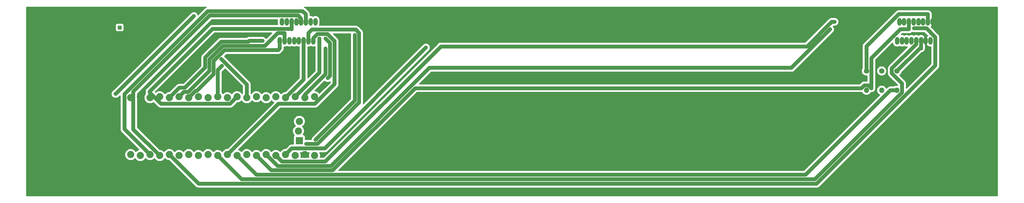
<source format=gbr>
%TF.GenerationSoftware,KiCad,Pcbnew,6.0.10-86aedd382b~118~ubuntu22.04.1*%
%TF.CreationDate,2023-01-16T13:23:36+01:00*%
%TF.ProjectId,tandberg-usb,74616e64-6265-4726-972d-7573622e6b69,rev?*%
%TF.SameCoordinates,Original*%
%TF.FileFunction,Copper,L2,Bot*%
%TF.FilePolarity,Positive*%
%FSLAX46Y46*%
G04 Gerber Fmt 4.6, Leading zero omitted, Abs format (unit mm)*
G04 Created by KiCad (PCBNEW 6.0.10-86aedd382b~118~ubuntu22.04.1) date 2023-01-16 13:23:36*
%MOMM*%
%LPD*%
G01*
G04 APERTURE LIST*
%TA.AperFunction,ComponentPad*%
%ADD10C,7.500000*%
%TD*%
%TA.AperFunction,ComponentPad*%
%ADD11R,1.000000X1.000000*%
%TD*%
%TA.AperFunction,ComponentPad*%
%ADD12O,1.150000X2.000000*%
%TD*%
%TA.AperFunction,ComponentPad*%
%ADD13C,1.400000*%
%TD*%
%TA.AperFunction,ComponentPad*%
%ADD14O,1.400000X1.400000*%
%TD*%
%TA.AperFunction,ComponentPad*%
%ADD15C,1.879600*%
%TD*%
%TA.AperFunction,ComponentPad*%
%ADD16R,1.879600X1.879600*%
%TD*%
%TA.AperFunction,ViaPad*%
%ADD17C,0.800000*%
%TD*%
%TA.AperFunction,Conductor*%
%ADD18C,1.000000*%
%TD*%
G04 APERTURE END LIST*
D10*
%TO.P,H1,1,1*%
%TO.N,GNDL*%
X187000000Y-30000000D03*
%TD*%
D11*
%TO.P,J3,1,Pin_1*%
%TO.N,Net-(J3-Pad1)*%
X46000000Y-30000000D03*
%TD*%
D12*
%TO.P,J1,1,Pin_1*%
%TO.N,GNDL*%
X259375000Y-28500000D03*
%TO.P,J1,2,Pin_2*%
%TO.N,Net-(J1-Pad2)*%
X258125000Y-28500000D03*
%TO.P,J1,3,Pin_3*%
%TO.N,Net-(J1-Pad3)*%
X256875000Y-28500000D03*
%TO.P,J1,4,Pin_4*%
%TO.N,unconnected-(J1-Pad4)*%
X255625000Y-28500000D03*
%TO.P,J1,5,Pin_5*%
%TO.N,unconnected-(J1-Pad5)*%
X254375000Y-28500000D03*
%TO.P,J1,6,Pin_6*%
%TO.N,COL1*%
X253125000Y-28500000D03*
%TO.P,J1,7,Pin_7*%
%TO.N,COL2*%
X251875000Y-28500000D03*
%TO.P,J1,8,Pin_8*%
%TO.N,COL3*%
X250625000Y-28500000D03*
%TO.P,J1,9,Pin_9*%
%TO.N,COL4*%
X250050000Y-33500000D03*
%TO.P,J1,10,Pin_10*%
%TO.N,COL5*%
X251300000Y-33500000D03*
%TO.P,J1,11,Pin_11*%
%TO.N,COL6*%
X252550000Y-33500000D03*
%TO.P,J1,12,Pin_12*%
%TO.N,COL7*%
X253800000Y-33500000D03*
%TO.P,J1,13,Pin_13*%
%TO.N,COL8*%
X255050000Y-33500000D03*
%TO.P,J1,14,Pin_14*%
%TO.N,Net-(J1-Pad14)*%
X256300000Y-33500000D03*
%TO.P,J1,15,Pin_15*%
%TO.N,GNDL*%
X257550000Y-33500000D03*
%TO.P,J1,16,Pin_16*%
%TO.N,unconnected-(J1-Pad16)*%
X258800000Y-33500000D03*
%TD*%
D10*
%TO.P,H3,1,1*%
%TO.N,GNDL*%
X270000000Y-69000000D03*
%TD*%
D13*
%TO.P,R3,1*%
%TO.N,Net-(J1-Pad14)*%
X250000000Y-41460000D03*
D14*
%TO.P,R3,2*%
%TO.N,LED3*%
X250000000Y-46540000D03*
%TD*%
D10*
%TO.P,H4,1,1*%
%TO.N,GNDL*%
X27000000Y-68000000D03*
%TD*%
D13*
%TO.P,R2,1*%
%TO.N,Net-(J1-Pad3)*%
X246000000Y-41460000D03*
D14*
%TO.P,R2,2*%
%TO.N,LED2*%
X246000000Y-46540000D03*
%TD*%
D13*
%TO.P,R1,1*%
%TO.N,Net-(J1-Pad2)*%
X242000000Y-41460000D03*
D14*
%TO.P,R1,2*%
%TO.N,LED1*%
X242000000Y-46540000D03*
%TD*%
D15*
%TO.P,U1,1,PB12*%
%TO.N,ROW1*%
X48900000Y-63493000D03*
%TO.P,U1,2,PB13*%
%TO.N,ROW2*%
X51440000Y-63747000D03*
%TO.P,U1,3,PB14*%
%TO.N,ROW3*%
X53980000Y-63493000D03*
%TO.P,U1,4,PB15*%
%TO.N,ROW4*%
X56520000Y-63747000D03*
%TO.P,U1,5,PA8*%
%TO.N,COL7*%
X59060000Y-63493000D03*
%TO.P,U1,6,PA9*%
%TO.N,unconnected-(U1-Pad6)*%
X61600000Y-63747000D03*
%TO.P,U1,7,PA10*%
%TO.N,unconnected-(U1-Pad7)*%
X64140000Y-63493000D03*
%TO.P,U1,8,PA11*%
%TO.N,unconnected-(U1-Pad8)*%
X66680000Y-63747000D03*
%TO.P,U1,9,PA12*%
%TO.N,unconnected-(U1-Pad9)*%
X69220000Y-63493000D03*
%TO.P,U1,10,PA15*%
%TO.N,COL8*%
X71760000Y-63747000D03*
%TO.P,U1,11,PB3*%
%TO.N,ROW16*%
X74300000Y-63493000D03*
%TO.P,U1,12,PB4*%
%TO.N,LED3*%
X76840000Y-63747000D03*
%TO.P,U1,13,PB5*%
%TO.N,ROW15*%
X79380000Y-63493000D03*
%TO.P,U1,14,PB6*%
%TO.N,COL1*%
X81920000Y-63747000D03*
%TO.P,U1,15,PB7*%
%TO.N,COL2*%
X84460000Y-63493000D03*
%TO.P,U1,16,PB8*%
%TO.N,COL3*%
X87000000Y-63747000D03*
%TO.P,U1,17,PB9*%
%TO.N,COL4*%
X89540000Y-63493000D03*
%TO.P,U1,18,5V*%
%TO.N,unconnected-(U1-Pad18)*%
X92080000Y-63747000D03*
%TO.P,U1,19,GND*%
%TO.N,GNDL*%
X94620000Y-63493000D03*
%TO.P,U1,20,3V3*%
%TO.N,unconnected-(U1-Pad20)*%
X97160000Y-63747000D03*
%TO.P,U1,21,VBAT*%
%TO.N,unconnected-(U1-Pad21)*%
X97160000Y-48253000D03*
%TO.P,U1,22,PC13*%
%TO.N,ROW12*%
X94620000Y-48507000D03*
%TO.P,U1,23,PC14*%
%TO.N,ROW13*%
X92080000Y-48253000D03*
%TO.P,U1,24,PC15*%
%TO.N,ROW14*%
X89540000Y-48507000D03*
%TO.P,U1,25,~{RESET}*%
%TO.N,unconnected-(U1-Pad25)*%
X87000000Y-48253000D03*
%TO.P,U1,26,PA0*%
%TO.N,LED2*%
X84460000Y-48507000D03*
%TO.P,U1,27,PA1*%
%TO.N,LED1*%
X81920000Y-48253000D03*
%TO.P,U1,28,PA2*%
%TO.N,ROW5*%
X79380000Y-48507000D03*
%TO.P,U1,29,PA3*%
%TO.N,ROW6*%
X76840000Y-48253000D03*
%TO.P,U1,30,PA4*%
%TO.N,ROW7*%
X74300000Y-48507000D03*
%TO.P,U1,31,PA5*%
%TO.N,ROW8*%
X71760000Y-48253000D03*
%TO.P,U1,32,PA6*%
%TO.N,COL5*%
X69220000Y-48507000D03*
%TO.P,U1,33,PA7*%
%TO.N,COL6*%
X66680000Y-48253000D03*
%TO.P,U1,34,PB0*%
%TO.N,ROW9*%
X64140000Y-48507000D03*
%TO.P,U1,35,PB1*%
%TO.N,ROW10*%
X61600000Y-48253000D03*
%TO.P,U1,36,PB2*%
%TO.N,ROW11*%
X59060000Y-48507000D03*
%TO.P,U1,37,PB10*%
%TO.N,Net-(J3-Pad1)*%
X56520000Y-48253000D03*
%TO.P,U1,38,3V3*%
%TO.N,unconnected-(U1-Pad38)*%
X53980000Y-48507000D03*
%TO.P,U1,39,GND*%
%TO.N,GNDL*%
X51440000Y-48253000D03*
%TO.P,U1,40,5V*%
%TO.N,unconnected-(U1-Pad40)*%
X48900000Y-48507000D03*
D16*
%TO.P,U1,41,3.3V*%
%TO.N,unconnected-(U1-Pad41)*%
X93177000Y-59810000D03*
D15*
%TO.P,U1,42,SWDIO*%
%TO.N,unconnected-(U1-Pad42)*%
X92923000Y-57270000D03*
%TO.P,U1,43,SWSCK*%
%TO.N,unconnected-(U1-Pad43)*%
X93177000Y-54730000D03*
%TO.P,U1,44,GND*%
%TO.N,GNDL*%
X92923000Y-52190000D03*
%TD*%
D10*
%TO.P,H2,1,1*%
%TO.N,GNDL*%
X27000000Y-31000000D03*
%TD*%
D12*
%TO.P,J2,1,Pin_1*%
%TO.N,ROW1*%
X97375000Y-28500000D03*
%TO.P,J2,2,Pin_2*%
%TO.N,ROW2*%
X96125000Y-28500000D03*
%TO.P,J2,3,Pin_3*%
%TO.N,ROW3*%
X94875000Y-28500000D03*
%TO.P,J2,4,Pin_4*%
%TO.N,ROW4*%
X93625000Y-28500000D03*
%TO.P,J2,5,Pin_5*%
%TO.N,ROW5*%
X92375000Y-28500000D03*
%TO.P,J2,6,Pin_6*%
%TO.N,ROW6*%
X91125000Y-28500000D03*
%TO.P,J2,7,Pin_7*%
%TO.N,ROW7*%
X89875000Y-28500000D03*
%TO.P,J2,8,Pin_8*%
%TO.N,ROW8*%
X88625000Y-28500000D03*
%TO.P,J2,9,Pin_9*%
%TO.N,ROW9*%
X88050000Y-33500000D03*
%TO.P,J2,10,Pin_10*%
%TO.N,ROW10*%
X89300000Y-33500000D03*
%TO.P,J2,11,Pin_11*%
%TO.N,ROW11*%
X90550000Y-33500000D03*
%TO.P,J2,12,Pin_12*%
%TO.N,ROW12*%
X91800000Y-33500000D03*
%TO.P,J2,13,Pin_13*%
%TO.N,ROW13*%
X93050000Y-33500000D03*
%TO.P,J2,14,Pin_14*%
%TO.N,ROW14*%
X94300000Y-33500000D03*
%TO.P,J2,15,Pin_15*%
%TO.N,ROW15*%
X95550000Y-33500000D03*
%TO.P,J2,16,Pin_16*%
%TO.N,ROW16*%
X96800000Y-33500000D03*
%TD*%
D17*
%TO.N,GNDL*%
X74000000Y-46500000D03*
X96000000Y-41500000D03*
X175500000Y-60000000D03*
X54500000Y-33500000D03*
X86500000Y-41500000D03*
X72500000Y-32000000D03*
X99500000Y-45500000D03*
%TO.N,COL2*%
X232468400Y-30500000D03*
%TO.N,COL3*%
X233630000Y-28500000D03*
%TO.N,COL4*%
X126404700Y-35279700D03*
%TO.N,COL7*%
X254505900Y-30250000D03*
%TO.N,ROW1*%
X97432600Y-59550700D03*
X107713300Y-31984800D03*
%TO.N,ROW2*%
X44900000Y-47500000D03*
X65500000Y-27000000D03*
%TO.N,ROW5*%
X72707900Y-38345700D03*
%TO.N,ROW7*%
X100053400Y-32919300D03*
X100634200Y-43356800D03*
%TO.N,ROW8*%
X72872700Y-40136900D03*
%TO.N,ROW11*%
X83500000Y-33500000D03*
%TO.N,ROW12*%
X100060300Y-35500000D03*
%TO.N,ROW13*%
X98410700Y-32919300D03*
%TO.N,ROW15*%
X94953600Y-60700800D03*
%TD*%
D18*
%TO.N,Net-(J1-Pad2)*%
X250463500Y-26500000D02*
X242000000Y-34963500D01*
X258125000Y-26500000D02*
X250463500Y-26500000D01*
X242000000Y-34963500D02*
X242000000Y-41460000D01*
X258125000Y-28500000D02*
X258125000Y-26500000D01*
%TO.N,COL1*%
X81920000Y-63747000D02*
X85832700Y-67659700D01*
X242538478Y-45240000D02*
X243300000Y-46001522D01*
X241461522Y-45240000D02*
X242538478Y-45240000D01*
X243300000Y-38073800D02*
X250873800Y-30500000D01*
X243300000Y-46001522D02*
X243300000Y-38073800D01*
X101929400Y-67659700D02*
X123589100Y-46000000D01*
X240701522Y-46000000D02*
X241461522Y-45240000D01*
X85832700Y-67659700D02*
X101929400Y-67659700D01*
X250873800Y-30500000D02*
X253125000Y-30500000D01*
X123589100Y-46000000D02*
X240701522Y-46000000D01*
X253125000Y-30500000D02*
X253125000Y-28500000D01*
%TO.N,COL2*%
X101453000Y-66509600D02*
X127307000Y-40655600D01*
X84460000Y-63493000D02*
X87476600Y-66509600D01*
X222312900Y-40655500D02*
X232468400Y-30500000D01*
X127307000Y-40655600D02*
X222312900Y-40655600D01*
X87476600Y-66509600D02*
X101453000Y-66509600D01*
X222312900Y-40655600D02*
X222312900Y-40655500D01*
%TO.N,COL3*%
X87000000Y-63747000D02*
X88609300Y-65356300D01*
X99964700Y-65356300D02*
X130321000Y-35000000D01*
X226412766Y-35000000D02*
X232912766Y-28500000D01*
X232912766Y-28500000D02*
X233630000Y-28500000D01*
X88609300Y-65356300D02*
X99964700Y-65356300D01*
X130321000Y-35000000D02*
X226412766Y-35000000D01*
%TO.N,COL4*%
X99833500Y-61850900D02*
X126404700Y-35279700D01*
X89540000Y-63493000D02*
X91182100Y-61850900D01*
X91182100Y-61850900D02*
X99833500Y-61850900D01*
%TO.N,COL7*%
X257765200Y-30250000D02*
X254505900Y-30250000D01*
X260052300Y-40029800D02*
X260052300Y-32537100D01*
X260052300Y-32537100D02*
X257765200Y-30250000D01*
X59060000Y-63493000D02*
X66763200Y-71196200D01*
X66763200Y-71196200D02*
X228885900Y-71196200D01*
X228885900Y-71196200D02*
X260052300Y-40029800D01*
%TO.N,COL8*%
X255050000Y-34409300D02*
X248640900Y-40818400D01*
X228436600Y-70015300D02*
X78028300Y-70015300D01*
X251352800Y-44775100D02*
X251352800Y-47099100D01*
X255050000Y-33500000D02*
X255050000Y-34409300D01*
X251352800Y-47099100D02*
X228436600Y-70015300D01*
X248640900Y-40818400D02*
X248640900Y-42063200D01*
X248640900Y-42063200D02*
X251352800Y-44775100D01*
X78028300Y-70015300D02*
X71760000Y-63747000D01*
%TO.N,Net-(J1-Pad14)*%
X250000000Y-41460000D02*
X255960000Y-35500000D01*
X255960000Y-35500000D02*
X256300000Y-35500000D01*
X256300000Y-33500000D02*
X256300000Y-35500000D01*
%TO.N,ROW1*%
X107713300Y-49270000D02*
X107713300Y-31984800D01*
X97432600Y-59550700D02*
X107713300Y-49270000D01*
%TO.N,ROW2*%
X45000000Y-47500000D02*
X65500000Y-27000000D01*
X44900000Y-47500000D02*
X45000000Y-47500000D01*
%TO.N,ROW3*%
X47259700Y-47590400D02*
X47259700Y-56772700D01*
X69158800Y-25691300D02*
X47259700Y-47590400D01*
X47259700Y-56772700D02*
X53980000Y-63493000D01*
X94066300Y-25691300D02*
X69158800Y-25691300D01*
X94875000Y-26500000D02*
X94066300Y-25691300D01*
X94875000Y-28500000D02*
X94875000Y-26500000D01*
%TO.N,ROW4*%
X49612600Y-56839600D02*
X56520000Y-63747000D01*
X93625000Y-27665200D02*
X92801200Y-26841400D01*
X49612600Y-46901100D02*
X49612600Y-56839600D01*
X69672300Y-26841400D02*
X49612600Y-46901100D01*
X93625000Y-28500000D02*
X93625000Y-27665200D01*
X92801200Y-26841400D02*
X69672300Y-26841400D01*
%TO.N,ROW5*%
X72707900Y-38345700D02*
X79380000Y-45017800D01*
X79380000Y-45017800D02*
X79380000Y-48507000D01*
%TO.N,ROW6*%
X53851400Y-46894400D02*
X70408300Y-30337500D01*
X70408300Y-30337500D02*
X90962500Y-30337500D01*
X56850600Y-50100600D02*
X53851400Y-47101400D01*
X76840000Y-48253000D02*
X74992400Y-50100600D01*
X53851400Y-47101400D02*
X53851400Y-46894400D01*
X90962500Y-30337500D02*
X91125000Y-30500000D01*
X91125000Y-28500000D02*
X91125000Y-30500000D01*
X74992400Y-50100600D02*
X56850600Y-50100600D01*
%TO.N,ROW7*%
X101220100Y-34086000D02*
X100053400Y-32919300D01*
X101220100Y-42770900D02*
X101220100Y-34086000D01*
X100634200Y-43356800D02*
X101220100Y-42770900D01*
%TO.N,ROW8*%
X71760000Y-48253000D02*
X71760000Y-41249600D01*
X71760000Y-41249600D02*
X72872700Y-40136900D01*
%TO.N,ROW9*%
X88050000Y-33500000D02*
X88050000Y-35500000D01*
X70660000Y-38837966D02*
X70660000Y-42340000D01*
X66286800Y-46713200D02*
X65933800Y-46713200D01*
X73508966Y-35989000D02*
X70660000Y-38837966D01*
X88050000Y-35500000D02*
X87561000Y-35989000D01*
X87561000Y-35989000D02*
X73508966Y-35989000D01*
X65933800Y-46713200D02*
X64140000Y-48507000D01*
X70660000Y-42340000D02*
X66286800Y-46713200D01*
%TO.N,ROW10*%
X64032800Y-46967200D02*
X62885800Y-46967200D01*
X84161100Y-34838900D02*
X73103432Y-34838900D01*
X69560000Y-41440000D02*
X64032800Y-46967200D01*
X73103432Y-34838900D02*
X69560000Y-38382332D01*
X69560000Y-38382332D02*
X69560000Y-41440000D01*
X89300000Y-31500000D02*
X87500000Y-31500000D01*
X62885800Y-46967200D02*
X61600000Y-48253000D01*
X89300000Y-33500000D02*
X89300000Y-31500000D01*
X87500000Y-31500000D02*
X84161100Y-34838900D01*
%TO.N,ROW11*%
X72647798Y-33738900D02*
X68460000Y-37926698D01*
X68460000Y-37926698D02*
X68460000Y-40540000D01*
X63132800Y-45867200D02*
X61699800Y-45867200D01*
X68460000Y-40540000D02*
X63132800Y-45867200D01*
X61699800Y-45867200D02*
X59060000Y-48507000D01*
X80036300Y-33500000D02*
X79797400Y-33738900D01*
X83500000Y-33500000D02*
X80036300Y-33500000D01*
X79797400Y-33738900D02*
X72647798Y-33738900D01*
%TO.N,ROW12*%
X94620000Y-48507000D02*
X94620000Y-47744500D01*
X100060300Y-42304200D02*
X100060300Y-35500000D01*
X94620000Y-47744500D02*
X100060300Y-42304200D01*
%TO.N,ROW13*%
X98410700Y-41922300D02*
X98410700Y-32919300D01*
X92080000Y-48253000D02*
X98410700Y-41922300D01*
%TO.N,ROW14*%
X94300000Y-43747000D02*
X89540000Y-48507000D01*
X94300000Y-33500000D02*
X94300000Y-43747000D01*
%TO.N,ROW15*%
X108868700Y-49792200D02*
X108868700Y-31467100D01*
X94953600Y-60700800D02*
X97960100Y-60700800D01*
X95550000Y-33500000D02*
X95550000Y-31500000D01*
X97960100Y-60700800D02*
X108868700Y-49792200D01*
X107967100Y-30565500D02*
X96484500Y-30565500D01*
X96484500Y-30565500D02*
X95550000Y-31500000D01*
X108868700Y-31467100D02*
X107967100Y-30565500D01*
%TO.N,ROW16*%
X102396100Y-33582900D02*
X102396100Y-44968500D01*
X97922200Y-31715700D02*
X100528900Y-31715700D01*
X96800000Y-32837900D02*
X97922200Y-31715700D01*
X100528900Y-31715700D02*
X102396100Y-33582900D01*
X87696000Y-50097000D02*
X74300000Y-63493000D01*
X102396100Y-44968500D02*
X97267600Y-50097000D01*
X97267600Y-50097000D02*
X87696000Y-50097000D01*
X96800000Y-33500000D02*
X96800000Y-32837900D01*
%TO.N,LED3*%
X81902800Y-68809800D02*
X76840000Y-63747000D01*
X248300000Y-46540000D02*
X226030200Y-68809800D01*
X226030200Y-68809800D02*
X81902800Y-68809800D01*
X250000000Y-46540000D02*
X248300000Y-46540000D01*
%TD*%
%TA.AperFunction,Conductor*%
%TO.N,GNDL*%
G36*
X68802545Y-24528502D02*
G01*
X68849038Y-24582158D01*
X68859142Y-24652432D01*
X68829648Y-24717012D01*
X68783814Y-24749999D01*
X68782463Y-24750391D01*
X68777729Y-24752845D01*
X68772631Y-24754384D01*
X68767187Y-24757278D01*
X68767186Y-24757279D01*
X68690631Y-24797984D01*
X68689463Y-24798598D01*
X68606874Y-24841408D01*
X68602711Y-24844731D01*
X68598004Y-24847234D01*
X68525882Y-24906055D01*
X68525026Y-24906746D01*
X68485827Y-24938038D01*
X68483323Y-24940542D01*
X68482605Y-24941184D01*
X68478272Y-24944885D01*
X68444738Y-24972235D01*
X68440811Y-24976982D01*
X68440809Y-24976984D01*
X68415513Y-25007562D01*
X68407523Y-25016342D01*
X66672345Y-26751520D01*
X66610033Y-26785546D01*
X66539218Y-26780481D01*
X66482382Y-26737934D01*
X66462501Y-26698422D01*
X66440018Y-26623005D01*
X66438259Y-26617104D01*
X66346018Y-26442154D01*
X66318021Y-26407580D01*
X66225432Y-26293243D01*
X66225431Y-26293242D01*
X66221553Y-26288453D01*
X66069604Y-26161854D01*
X65895959Y-26067178D01*
X65776254Y-26029665D01*
X65713114Y-26009878D01*
X65713111Y-26009877D01*
X65707232Y-26008035D01*
X65701109Y-26007370D01*
X65701105Y-26007369D01*
X65516737Y-25987341D01*
X65516733Y-25987341D01*
X65510612Y-25986676D01*
X65313587Y-26003913D01*
X65307670Y-26005632D01*
X65307665Y-26005633D01*
X65176936Y-26043614D01*
X65123664Y-26059091D01*
X64948074Y-26150108D01*
X64913963Y-26177338D01*
X64829777Y-26244542D01*
X64829770Y-26244549D01*
X64827027Y-26246738D01*
X64824532Y-26249233D01*
X44520425Y-46553341D01*
X44490483Y-46575498D01*
X44339204Y-46655934D01*
X44256881Y-46723075D01*
X44190713Y-46777040D01*
X44190710Y-46777043D01*
X44185938Y-46780935D01*
X44182011Y-46785682D01*
X44182009Y-46785684D01*
X44063799Y-46928575D01*
X44063797Y-46928579D01*
X44059870Y-46933325D01*
X43965802Y-47107299D01*
X43907318Y-47296232D01*
X43906674Y-47302357D01*
X43906674Y-47302358D01*
X43892686Y-47435452D01*
X43886645Y-47492925D01*
X43890490Y-47535172D01*
X43903796Y-47681379D01*
X43904570Y-47689888D01*
X43906308Y-47695794D01*
X43906309Y-47695798D01*
X43923038Y-47752637D01*
X43960410Y-47879619D01*
X43963263Y-47885077D01*
X43963265Y-47885081D01*
X44007784Y-47970236D01*
X44052040Y-48054890D01*
X44175968Y-48209025D01*
X44180692Y-48212989D01*
X44187933Y-48219065D01*
X44327474Y-48336154D01*
X44332872Y-48339121D01*
X44332877Y-48339125D01*
X44430253Y-48392657D01*
X44500787Y-48431433D01*
X44506654Y-48433294D01*
X44506656Y-48433295D01*
X44643328Y-48476650D01*
X44689306Y-48491235D01*
X44843227Y-48508500D01*
X44938157Y-48508500D01*
X44951764Y-48509237D01*
X44983262Y-48512659D01*
X44983267Y-48512659D01*
X44989388Y-48513324D01*
X45015638Y-48511027D01*
X45039388Y-48508950D01*
X45044214Y-48508621D01*
X45046686Y-48508500D01*
X45049769Y-48508500D01*
X45061738Y-48507326D01*
X45092506Y-48504310D01*
X45093819Y-48504188D01*
X45138084Y-48500315D01*
X45186413Y-48496087D01*
X45191532Y-48494600D01*
X45196833Y-48494080D01*
X45285834Y-48467209D01*
X45286967Y-48466874D01*
X45370414Y-48442630D01*
X45370418Y-48442628D01*
X45376336Y-48440909D01*
X45381068Y-48438456D01*
X45386169Y-48436916D01*
X45402060Y-48428467D01*
X45468260Y-48393269D01*
X45469426Y-48392657D01*
X45546453Y-48352729D01*
X45551926Y-48349892D01*
X45556089Y-48346569D01*
X45560796Y-48344066D01*
X45632918Y-48285245D01*
X45633774Y-48284554D01*
X45672973Y-48253262D01*
X45675477Y-48250758D01*
X45676195Y-48250116D01*
X45680528Y-48246415D01*
X45714062Y-48219065D01*
X45743288Y-48183737D01*
X45751277Y-48174958D01*
X46036105Y-47890130D01*
X46098417Y-47856104D01*
X46169232Y-47861169D01*
X46226068Y-47903716D01*
X46250879Y-47970236D01*
X46251200Y-47979225D01*
X46251200Y-56710857D01*
X46250463Y-56724464D01*
X46246376Y-56762088D01*
X46246913Y-56768223D01*
X46250750Y-56812088D01*
X46251079Y-56816914D01*
X46251200Y-56819386D01*
X46251200Y-56822469D01*
X46251501Y-56825537D01*
X46255390Y-56865206D01*
X46255512Y-56866519D01*
X46263613Y-56959113D01*
X46265100Y-56964232D01*
X46265620Y-56969533D01*
X46292491Y-57058534D01*
X46292826Y-57059667D01*
X46318791Y-57149036D01*
X46321244Y-57153768D01*
X46322784Y-57158869D01*
X46325678Y-57164312D01*
X46366431Y-57240960D01*
X46367043Y-57242126D01*
X46381492Y-57270000D01*
X46409808Y-57324626D01*
X46413131Y-57328789D01*
X46415634Y-57333496D01*
X46474455Y-57405618D01*
X46475146Y-57406474D01*
X46506438Y-57445673D01*
X46508942Y-57448177D01*
X46509584Y-57448895D01*
X46513285Y-57453228D01*
X46540635Y-57486762D01*
X46545382Y-57490689D01*
X46545384Y-57490691D01*
X46575962Y-57515987D01*
X46584742Y-57523977D01*
X51179469Y-62118703D01*
X51213495Y-62181015D01*
X51208430Y-62251830D01*
X51165883Y-62308666D01*
X51113215Y-62330759D01*
X51113349Y-62331320D01*
X51109945Y-62332131D01*
X51109426Y-62332349D01*
X51103209Y-62333300D01*
X50876838Y-62407289D01*
X50665590Y-62517258D01*
X50661457Y-62520361D01*
X50661454Y-62520363D01*
X50479275Y-62657147D01*
X50475140Y-62660252D01*
X50360834Y-62779867D01*
X50353502Y-62787539D01*
X50291978Y-62822969D01*
X50221065Y-62819512D01*
X50163279Y-62778266D01*
X50156616Y-62768928D01*
X50112608Y-62700901D01*
X50051406Y-62606298D01*
X49891124Y-62430150D01*
X49887073Y-62426951D01*
X49887069Y-62426947D01*
X49708278Y-62285747D01*
X49708273Y-62285744D01*
X49704224Y-62282546D01*
X49699708Y-62280053D01*
X49699705Y-62280051D01*
X49500250Y-62169946D01*
X49500246Y-62169944D01*
X49495726Y-62167449D01*
X49490857Y-62165725D01*
X49490853Y-62165723D01*
X49276105Y-62089676D01*
X49276101Y-62089675D01*
X49271230Y-62087950D01*
X49266140Y-62087043D01*
X49266135Y-62087042D01*
X49138814Y-62064364D01*
X49036764Y-62046186D01*
X48947637Y-62045097D01*
X48803795Y-62043339D01*
X48803793Y-62043339D01*
X48798625Y-62043276D01*
X48563209Y-62079300D01*
X48336838Y-62153289D01*
X48125590Y-62263258D01*
X48121457Y-62266361D01*
X48121454Y-62266363D01*
X48021990Y-62341043D01*
X47935140Y-62406252D01*
X47918231Y-62423946D01*
X47783231Y-62565216D01*
X47770602Y-62578431D01*
X47767688Y-62582703D01*
X47767687Y-62582704D01*
X47689400Y-62697469D01*
X47636394Y-62775172D01*
X47599272Y-62855145D01*
X47560589Y-62938482D01*
X47536122Y-62991191D01*
X47472477Y-63220685D01*
X47447170Y-63457494D01*
X47447467Y-63462646D01*
X47447467Y-63462650D01*
X47450177Y-63509644D01*
X47460879Y-63695255D01*
X47462016Y-63700301D01*
X47462017Y-63700307D01*
X47487784Y-63814640D01*
X47513237Y-63927585D01*
X47515179Y-63932367D01*
X47515180Y-63932371D01*
X47566621Y-64059055D01*
X47602837Y-64148244D01*
X47727274Y-64351306D01*
X47883204Y-64531317D01*
X48066442Y-64683444D01*
X48070894Y-64686046D01*
X48070899Y-64686049D01*
X48267607Y-64800996D01*
X48272065Y-64803601D01*
X48494552Y-64888560D01*
X48499618Y-64889591D01*
X48499619Y-64889591D01*
X48553956Y-64900646D01*
X48727928Y-64936041D01*
X48862121Y-64940962D01*
X48960760Y-64944579D01*
X48960764Y-64944579D01*
X48965924Y-64944768D01*
X48971044Y-64944112D01*
X48971046Y-64944112D01*
X49197023Y-64915164D01*
X49197024Y-64915164D01*
X49202151Y-64914507D01*
X49285200Y-64889591D01*
X49425316Y-64847554D01*
X49425317Y-64847553D01*
X49430262Y-64846070D01*
X49644133Y-64741295D01*
X49648336Y-64738297D01*
X49648341Y-64738294D01*
X49833816Y-64605996D01*
X49833818Y-64605994D01*
X49838020Y-64602997D01*
X49990637Y-64450912D01*
X50053009Y-64416996D01*
X50123816Y-64422184D01*
X50180577Y-64464830D01*
X50187009Y-64474328D01*
X50264571Y-64600896D01*
X50264574Y-64600901D01*
X50267274Y-64605306D01*
X50423204Y-64785317D01*
X50606442Y-64937444D01*
X50610894Y-64940046D01*
X50610899Y-64940049D01*
X50709333Y-64997569D01*
X50812065Y-65057601D01*
X51034552Y-65142560D01*
X51039618Y-65143591D01*
X51039619Y-65143591D01*
X51093956Y-65154646D01*
X51267928Y-65190041D01*
X51402121Y-65194962D01*
X51500760Y-65198579D01*
X51500764Y-65198579D01*
X51505924Y-65198768D01*
X51511044Y-65198112D01*
X51511046Y-65198112D01*
X51737023Y-65169164D01*
X51737024Y-65169164D01*
X51742151Y-65168507D01*
X51825200Y-65143591D01*
X51965316Y-65101554D01*
X51965317Y-65101553D01*
X51970262Y-65100070D01*
X52184133Y-64995295D01*
X52188336Y-64992297D01*
X52188341Y-64992294D01*
X52373816Y-64859996D01*
X52373818Y-64859994D01*
X52378020Y-64856997D01*
X52546716Y-64688889D01*
X52685690Y-64495486D01*
X52691204Y-64484328D01*
X52739317Y-64432123D01*
X52808018Y-64414215D01*
X52875494Y-64436293D01*
X52899398Y-64457658D01*
X52959818Y-64527409D01*
X52959823Y-64527414D01*
X52963204Y-64531317D01*
X53146442Y-64683444D01*
X53150894Y-64686046D01*
X53150899Y-64686049D01*
X53347607Y-64800996D01*
X53352065Y-64803601D01*
X53574552Y-64888560D01*
X53579618Y-64889591D01*
X53579619Y-64889591D01*
X53633956Y-64900646D01*
X53807928Y-64936041D01*
X53942121Y-64940962D01*
X54040760Y-64944579D01*
X54040764Y-64944579D01*
X54045924Y-64944768D01*
X54051044Y-64944112D01*
X54051046Y-64944112D01*
X54277023Y-64915164D01*
X54277024Y-64915164D01*
X54282151Y-64914507D01*
X54365200Y-64889591D01*
X54505316Y-64847554D01*
X54505317Y-64847553D01*
X54510262Y-64846070D01*
X54724133Y-64741295D01*
X54728336Y-64738297D01*
X54728341Y-64738294D01*
X54913816Y-64605996D01*
X54913818Y-64605994D01*
X54918020Y-64602997D01*
X55070637Y-64450912D01*
X55133009Y-64416996D01*
X55203816Y-64422184D01*
X55260577Y-64464830D01*
X55267009Y-64474328D01*
X55344571Y-64600896D01*
X55344574Y-64600901D01*
X55347274Y-64605306D01*
X55503204Y-64785317D01*
X55686442Y-64937444D01*
X55690894Y-64940046D01*
X55690899Y-64940049D01*
X55789333Y-64997569D01*
X55892065Y-65057601D01*
X56114552Y-65142560D01*
X56119618Y-65143591D01*
X56119619Y-65143591D01*
X56173956Y-65154646D01*
X56347928Y-65190041D01*
X56482121Y-65194962D01*
X56580760Y-65198579D01*
X56580764Y-65198579D01*
X56585924Y-65198768D01*
X56591044Y-65198112D01*
X56591046Y-65198112D01*
X56817023Y-65169164D01*
X56817024Y-65169164D01*
X56822151Y-65168507D01*
X56905200Y-65143591D01*
X57045316Y-65101554D01*
X57045317Y-65101553D01*
X57050262Y-65100070D01*
X57264133Y-64995295D01*
X57268336Y-64992297D01*
X57268341Y-64992294D01*
X57453816Y-64859996D01*
X57453818Y-64859994D01*
X57458020Y-64856997D01*
X57626716Y-64688889D01*
X57765690Y-64495486D01*
X57771204Y-64484328D01*
X57819317Y-64432123D01*
X57888018Y-64414215D01*
X57955494Y-64436293D01*
X57979398Y-64457658D01*
X58039818Y-64527409D01*
X58039823Y-64527414D01*
X58043204Y-64531317D01*
X58226442Y-64683444D01*
X58230894Y-64686046D01*
X58230899Y-64686049D01*
X58427607Y-64800996D01*
X58432065Y-64803601D01*
X58654552Y-64888560D01*
X58659618Y-64889591D01*
X58659619Y-64889591D01*
X58713956Y-64900646D01*
X58887928Y-64936041D01*
X58998946Y-64940112D01*
X59034525Y-64941417D01*
X59101867Y-64963902D01*
X59119002Y-64978237D01*
X66006345Y-71865579D01*
X66015447Y-71875722D01*
X66039168Y-71905225D01*
X66043896Y-71909192D01*
X66077621Y-71937491D01*
X66081269Y-71940672D01*
X66083081Y-71942315D01*
X66085275Y-71944509D01*
X66118549Y-71971842D01*
X66119347Y-71972504D01*
X66190674Y-72032354D01*
X66195344Y-72034922D01*
X66199461Y-72038303D01*
X66219279Y-72048929D01*
X66281286Y-72082177D01*
X66282445Y-72082806D01*
X66358581Y-72124662D01*
X66358589Y-72124665D01*
X66363987Y-72127633D01*
X66369069Y-72129245D01*
X66373763Y-72131762D01*
X66446971Y-72154145D01*
X66462677Y-72158947D01*
X66463935Y-72159339D01*
X66552506Y-72187435D01*
X66557797Y-72188029D01*
X66562898Y-72189588D01*
X66655463Y-72198990D01*
X66656650Y-72199116D01*
X66686038Y-72202413D01*
X66702930Y-72204308D01*
X66702935Y-72204308D01*
X66706427Y-72204700D01*
X66709952Y-72204700D01*
X66710937Y-72204755D01*
X66716632Y-72205203D01*
X66728542Y-72206413D01*
X66753534Y-72208952D01*
X66753539Y-72208952D01*
X66759662Y-72209574D01*
X66805308Y-72205259D01*
X66817167Y-72204700D01*
X228824057Y-72204700D01*
X228837664Y-72205437D01*
X228869162Y-72208859D01*
X228869167Y-72208859D01*
X228875288Y-72209524D01*
X228901538Y-72207227D01*
X228925288Y-72205150D01*
X228930114Y-72204821D01*
X228932586Y-72204700D01*
X228935669Y-72204700D01*
X228947638Y-72203526D01*
X228978406Y-72200510D01*
X228979719Y-72200388D01*
X229023984Y-72196515D01*
X229072313Y-72192287D01*
X229077432Y-72190800D01*
X229082733Y-72190280D01*
X229171734Y-72163409D01*
X229172867Y-72163074D01*
X229256314Y-72138830D01*
X229256318Y-72138828D01*
X229262236Y-72137109D01*
X229266968Y-72134656D01*
X229272069Y-72133116D01*
X229279067Y-72129395D01*
X229354160Y-72089469D01*
X229355326Y-72088857D01*
X229432353Y-72048929D01*
X229437826Y-72046092D01*
X229441989Y-72042769D01*
X229446696Y-72040266D01*
X229518818Y-71981445D01*
X229519674Y-71980754D01*
X229558873Y-71949462D01*
X229561377Y-71946958D01*
X229562095Y-71946316D01*
X229566428Y-71942615D01*
X229599962Y-71915265D01*
X229629188Y-71879937D01*
X229637177Y-71871158D01*
X260721679Y-40786655D01*
X260731822Y-40777553D01*
X260756518Y-40757697D01*
X260761325Y-40753832D01*
X260793592Y-40715378D01*
X260796773Y-40711730D01*
X260798417Y-40709917D01*
X260800609Y-40707725D01*
X260827880Y-40674524D01*
X260828662Y-40673582D01*
X260884493Y-40607047D01*
X260884495Y-40607044D01*
X260888454Y-40602326D01*
X260891023Y-40597653D01*
X260894403Y-40593538D01*
X260928098Y-40530699D01*
X260938328Y-40511620D01*
X260938957Y-40510462D01*
X260980765Y-40434412D01*
X260980765Y-40434411D01*
X260983733Y-40429013D01*
X260985344Y-40423935D01*
X260987863Y-40419237D01*
X261015053Y-40330302D01*
X261015436Y-40329072D01*
X261035814Y-40264835D01*
X261043535Y-40240494D01*
X261044128Y-40235203D01*
X261045688Y-40230102D01*
X261046311Y-40223969D01*
X261046312Y-40223964D01*
X261055086Y-40137577D01*
X261055226Y-40136263D01*
X261055613Y-40132821D01*
X261060800Y-40086573D01*
X261060800Y-40083047D01*
X261060855Y-40082062D01*
X261061304Y-40076356D01*
X261065052Y-40039464D01*
X261065052Y-40039461D01*
X261065674Y-40033337D01*
X261061359Y-39987688D01*
X261060800Y-39975831D01*
X261060800Y-32598943D01*
X261061537Y-32585336D01*
X261064959Y-32553838D01*
X261064959Y-32553833D01*
X261065624Y-32547712D01*
X261061968Y-32505920D01*
X261061250Y-32497712D01*
X261060921Y-32492886D01*
X261060800Y-32490414D01*
X261060800Y-32487331D01*
X261059626Y-32475362D01*
X261056610Y-32444594D01*
X261056488Y-32443281D01*
X261048923Y-32356818D01*
X261048387Y-32350687D01*
X261046900Y-32345568D01*
X261046380Y-32340267D01*
X261019509Y-32251266D01*
X261019174Y-32250133D01*
X260994930Y-32166686D01*
X260994928Y-32166682D01*
X260993209Y-32160764D01*
X260990756Y-32156032D01*
X260989216Y-32150931D01*
X260964049Y-32103597D01*
X260945569Y-32068840D01*
X260944957Y-32067674D01*
X260905029Y-31990647D01*
X260902192Y-31985174D01*
X260898869Y-31981011D01*
X260896366Y-31976304D01*
X260837545Y-31904182D01*
X260836854Y-31903326D01*
X260805562Y-31864127D01*
X260803058Y-31861623D01*
X260802416Y-31860905D01*
X260798715Y-31856572D01*
X260771365Y-31823038D01*
X260736037Y-31793812D01*
X260727258Y-31785823D01*
X259796621Y-30855186D01*
X258852049Y-29910615D01*
X258818024Y-29848303D01*
X258823088Y-29777488D01*
X258850126Y-29734389D01*
X258975025Y-29603918D01*
X258979173Y-29599585D01*
X258989083Y-29584238D01*
X259084206Y-29436916D01*
X259091323Y-29425894D01*
X259101524Y-29400584D01*
X259166362Y-29239699D01*
X259166363Y-29239695D01*
X259168606Y-29234130D01*
X259208233Y-29031212D01*
X259208500Y-29025753D01*
X259208500Y-28023349D01*
X259193791Y-27869183D01*
X259138595Y-27681036D01*
X259133500Y-27645567D01*
X259133500Y-26559873D01*
X259134190Y-26546703D01*
X259137711Y-26513204D01*
X259137711Y-26513202D01*
X259138355Y-26507075D01*
X259133782Y-26456827D01*
X259133500Y-26452793D01*
X259133500Y-26450231D01*
X259129105Y-26405404D01*
X259129023Y-26404529D01*
X259120988Y-26316245D01*
X259120430Y-26310112D01*
X259119427Y-26306703D01*
X259119080Y-26303167D01*
X259091639Y-26212279D01*
X259091414Y-26211525D01*
X259064590Y-26120381D01*
X259062942Y-26117228D01*
X259061916Y-26113831D01*
X259017289Y-26029899D01*
X259016922Y-26029201D01*
X259005509Y-26007369D01*
X258972960Y-25945110D01*
X258970735Y-25942342D01*
X258969066Y-25939204D01*
X258954310Y-25921111D01*
X258909059Y-25865628D01*
X258908506Y-25864944D01*
X258852898Y-25795782D01*
X258852892Y-25795776D01*
X258849032Y-25790975D01*
X258846311Y-25788692D01*
X258844065Y-25785938D01*
X258838018Y-25780935D01*
X258800478Y-25749880D01*
X258770864Y-25725381D01*
X258770329Y-25724935D01*
X258697526Y-25663846D01*
X258694411Y-25662134D01*
X258691675Y-25659870D01*
X258608101Y-25614682D01*
X258607363Y-25614279D01*
X258593583Y-25606703D01*
X258524213Y-25568567D01*
X258520830Y-25567494D01*
X258517701Y-25565802D01*
X258426974Y-25537718D01*
X258426158Y-25537462D01*
X258341565Y-25510627D01*
X258341561Y-25510626D01*
X258335694Y-25508765D01*
X258332163Y-25508369D01*
X258328768Y-25507318D01*
X258234293Y-25497389D01*
X258233579Y-25497311D01*
X258181773Y-25491500D01*
X258179200Y-25491500D01*
X258175224Y-25491180D01*
X258138204Y-25487289D01*
X258138202Y-25487289D01*
X258132075Y-25486645D01*
X258084430Y-25490981D01*
X258073010Y-25491500D01*
X250525340Y-25491500D01*
X250511732Y-25490763D01*
X250480236Y-25487341D01*
X250480232Y-25487341D01*
X250474111Y-25486676D01*
X250456111Y-25488251D01*
X250424109Y-25491050D01*
X250419284Y-25491379D01*
X250416813Y-25491500D01*
X250413731Y-25491500D01*
X250391263Y-25493703D01*
X250370989Y-25495691D01*
X250369674Y-25495813D01*
X250337413Y-25498636D01*
X250277087Y-25503913D01*
X250271968Y-25505400D01*
X250266667Y-25505920D01*
X250177633Y-25532801D01*
X250176500Y-25533136D01*
X250093078Y-25557373D01*
X250093074Y-25557375D01*
X250087163Y-25559092D01*
X250082434Y-25561543D01*
X250077331Y-25563084D01*
X249995169Y-25606770D01*
X249994127Y-25607317D01*
X249911574Y-25650108D01*
X249907411Y-25653431D01*
X249902704Y-25655934D01*
X249897930Y-25659828D01*
X249897928Y-25659829D01*
X249830605Y-25714737D01*
X249829660Y-25715500D01*
X249790527Y-25746739D01*
X249788036Y-25749230D01*
X249787309Y-25749880D01*
X249782963Y-25753592D01*
X249779149Y-25756703D01*
X249749438Y-25780935D01*
X249745515Y-25785677D01*
X249745513Y-25785679D01*
X249720203Y-25816273D01*
X249712213Y-25825053D01*
X241330621Y-34206645D01*
X241320478Y-34215747D01*
X241290975Y-34239468D01*
X241259447Y-34277042D01*
X241258709Y-34277921D01*
X241255528Y-34281569D01*
X241253885Y-34283381D01*
X241251691Y-34285575D01*
X241224358Y-34318849D01*
X241223696Y-34319647D01*
X241163846Y-34390974D01*
X241161278Y-34395644D01*
X241157897Y-34399761D01*
X241137068Y-34438607D01*
X241114023Y-34481586D01*
X241113394Y-34482745D01*
X241071538Y-34558881D01*
X241071535Y-34558889D01*
X241068567Y-34564287D01*
X241066955Y-34569369D01*
X241064438Y-34574063D01*
X241037238Y-34663031D01*
X241036918Y-34664059D01*
X241008765Y-34752806D01*
X241008171Y-34758102D01*
X241006613Y-34763198D01*
X240997339Y-34854500D01*
X240997218Y-34855687D01*
X240997089Y-34856893D01*
X240991500Y-34906727D01*
X240991500Y-34910254D01*
X240991445Y-34911239D01*
X240990998Y-34916919D01*
X240986626Y-34959962D01*
X240988646Y-34981328D01*
X240990941Y-35005609D01*
X240991500Y-35017467D01*
X240991500Y-40753604D01*
X240968714Y-40825874D01*
X240949411Y-40853442D01*
X240947088Y-40858423D01*
X240947086Y-40858427D01*
X240943358Y-40866422D01*
X240860044Y-41045090D01*
X240805314Y-41249345D01*
X240786884Y-41460000D01*
X240805314Y-41670655D01*
X240806738Y-41675968D01*
X240806738Y-41675970D01*
X240821700Y-41731807D01*
X240860044Y-41874910D01*
X240862366Y-41879891D01*
X240862367Y-41879892D01*
X240942897Y-42052588D01*
X240949411Y-42066558D01*
X241070699Y-42239776D01*
X241220224Y-42389301D01*
X241393442Y-42510589D01*
X241398420Y-42512910D01*
X241398423Y-42512912D01*
X241568800Y-42592360D01*
X241585090Y-42599956D01*
X241590398Y-42601378D01*
X241590400Y-42601379D01*
X241784030Y-42653262D01*
X241784032Y-42653262D01*
X241789345Y-42654686D01*
X242000000Y-42673116D01*
X242154519Y-42659597D01*
X242224123Y-42673586D01*
X242275115Y-42722985D01*
X242291500Y-42785118D01*
X242291500Y-44105500D01*
X242271498Y-44173621D01*
X242217842Y-44220114D01*
X242165500Y-44231500D01*
X241523364Y-44231500D01*
X241509757Y-44230763D01*
X241478259Y-44227341D01*
X241478254Y-44227341D01*
X241472133Y-44226676D01*
X241454133Y-44228251D01*
X241422131Y-44231050D01*
X241417306Y-44231379D01*
X241414835Y-44231500D01*
X241411753Y-44231500D01*
X241389285Y-44233703D01*
X241369011Y-44235691D01*
X241367696Y-44235813D01*
X241335435Y-44238636D01*
X241275109Y-44243913D01*
X241269990Y-44245400D01*
X241264689Y-44245920D01*
X241175716Y-44272782D01*
X241174576Y-44273120D01*
X241085185Y-44299091D01*
X241080451Y-44301545D01*
X241075353Y-44303084D01*
X241069909Y-44305978D01*
X241069908Y-44305979D01*
X240993353Y-44346684D01*
X240992185Y-44347298D01*
X240919555Y-44384946D01*
X240909596Y-44390108D01*
X240905433Y-44393431D01*
X240900726Y-44395934D01*
X240828604Y-44454755D01*
X240827748Y-44455446D01*
X240788549Y-44486738D01*
X240786045Y-44489242D01*
X240785327Y-44489884D01*
X240780994Y-44493585D01*
X240747460Y-44520935D01*
X240718231Y-44556267D01*
X240710250Y-44565037D01*
X240320693Y-44954595D01*
X240258380Y-44988620D01*
X240231597Y-44991500D01*
X124701525Y-44991500D01*
X124633404Y-44971498D01*
X124586911Y-44917842D01*
X124576807Y-44847568D01*
X124606301Y-44782988D01*
X124612430Y-44776405D01*
X127687830Y-41701005D01*
X127750142Y-41666979D01*
X127776925Y-41664100D01*
X222251978Y-41664100D01*
X222265585Y-41664837D01*
X222297435Y-41668297D01*
X222297437Y-41668297D01*
X222302288Y-41668824D01*
X222303538Y-41668715D01*
X222305825Y-41668955D01*
X222311957Y-41668397D01*
X222311958Y-41668397D01*
X222320631Y-41667608D01*
X222356073Y-41664382D01*
X222360107Y-41664100D01*
X222362669Y-41664100D01*
X222365727Y-41663800D01*
X222365731Y-41663800D01*
X222407495Y-41659705D01*
X222408118Y-41659646D01*
X222430929Y-41657570D01*
X222499313Y-41651587D01*
X222500520Y-41651236D01*
X222502788Y-41651030D01*
X222506197Y-41650027D01*
X222509733Y-41649680D01*
X222600629Y-41622237D01*
X222601345Y-41622023D01*
X222622420Y-41615821D01*
X222689236Y-41596409D01*
X222690364Y-41595824D01*
X222692519Y-41595190D01*
X222695672Y-41593542D01*
X222699069Y-41592516D01*
X222704499Y-41589629D01*
X222704506Y-41589626D01*
X222782919Y-41547934D01*
X222783693Y-41547526D01*
X222800936Y-41538511D01*
X222801328Y-41538306D01*
X222835685Y-41520497D01*
X222864826Y-41505392D01*
X222865851Y-41504574D01*
X222867790Y-41503560D01*
X222870558Y-41501335D01*
X222873696Y-41499666D01*
X222947275Y-41439656D01*
X222947940Y-41439118D01*
X222960710Y-41428851D01*
X222961052Y-41428577D01*
X222984085Y-41410190D01*
X222984098Y-41410179D01*
X222985873Y-41408762D01*
X222986458Y-41408177D01*
X222987111Y-41407623D01*
X223017124Y-41383492D01*
X223021925Y-41379632D01*
X223024208Y-41376911D01*
X223026962Y-41374665D01*
X223056667Y-41338758D01*
X223064656Y-41329979D01*
X233214527Y-31180107D01*
X233216709Y-31177925D01*
X233242065Y-31147057D01*
X233255237Y-31131021D01*
X233310503Y-31063739D01*
X233403962Y-30889437D01*
X233414161Y-30856081D01*
X233459986Y-30706196D01*
X233461788Y-30700302D01*
X233471726Y-30602460D01*
X233481152Y-30509666D01*
X233481152Y-30509661D01*
X233481774Y-30503538D01*
X233463161Y-30306638D01*
X233434910Y-30211871D01*
X233408419Y-30123007D01*
X233408418Y-30123005D01*
X233406659Y-30117104D01*
X233314418Y-29942153D01*
X233252010Y-29865086D01*
X233198973Y-29799590D01*
X233171648Y-29734063D01*
X233184088Y-29664164D01*
X233207799Y-29631201D01*
X233293595Y-29545405D01*
X233355907Y-29511379D01*
X233382690Y-29508500D01*
X233679769Y-29508500D01*
X233682825Y-29508200D01*
X233682832Y-29508200D01*
X233741340Y-29502463D01*
X233826833Y-29494080D01*
X233832734Y-29492298D01*
X233832736Y-29492298D01*
X233906053Y-29470162D01*
X234016169Y-29436916D01*
X234190796Y-29344066D01*
X234310903Y-29246109D01*
X234339287Y-29222960D01*
X234339290Y-29222957D01*
X234344062Y-29219065D01*
X234347991Y-29214316D01*
X234466201Y-29071425D01*
X234466203Y-29071421D01*
X234470130Y-29066675D01*
X234564198Y-28892701D01*
X234622682Y-28703768D01*
X234643355Y-28507075D01*
X234625430Y-28310112D01*
X234569590Y-28120381D01*
X234477960Y-27945110D01*
X234354032Y-27790975D01*
X234347727Y-27785684D01*
X234305062Y-27749884D01*
X234202526Y-27663846D01*
X234197128Y-27660879D01*
X234197123Y-27660875D01*
X234034608Y-27571533D01*
X234034609Y-27571533D01*
X234029213Y-27568567D01*
X234023346Y-27566706D01*
X234023344Y-27566705D01*
X233846564Y-27510627D01*
X233846563Y-27510627D01*
X233840694Y-27508765D01*
X233686773Y-27491500D01*
X232974608Y-27491500D01*
X232961001Y-27490763D01*
X232929503Y-27487341D01*
X232929498Y-27487341D01*
X232923377Y-27486676D01*
X232905377Y-27488251D01*
X232873375Y-27491050D01*
X232868550Y-27491379D01*
X232866079Y-27491500D01*
X232862997Y-27491500D01*
X232840529Y-27493703D01*
X232820255Y-27495691D01*
X232818940Y-27495813D01*
X232786679Y-27498636D01*
X232726353Y-27503913D01*
X232721234Y-27505400D01*
X232715933Y-27505920D01*
X232626932Y-27532791D01*
X232625799Y-27533126D01*
X232542352Y-27557370D01*
X232542348Y-27557372D01*
X232536430Y-27559091D01*
X232531698Y-27561544D01*
X232526597Y-27563084D01*
X232521154Y-27565978D01*
X232444506Y-27606731D01*
X232443340Y-27607343D01*
X232369600Y-27645567D01*
X232360840Y-27650108D01*
X232356677Y-27653431D01*
X232351970Y-27655934D01*
X232279848Y-27714755D01*
X232278992Y-27715446D01*
X232239793Y-27746738D01*
X232237289Y-27749242D01*
X232236571Y-27749884D01*
X232232238Y-27753585D01*
X232198704Y-27780935D01*
X232194777Y-27785682D01*
X232194775Y-27785684D01*
X232169479Y-27816262D01*
X232161489Y-27825042D01*
X229080830Y-30905702D01*
X226031937Y-33954595D01*
X225969625Y-33988621D01*
X225942842Y-33991500D01*
X130382842Y-33991500D01*
X130369235Y-33990763D01*
X130337737Y-33987341D01*
X130337732Y-33987341D01*
X130331611Y-33986676D01*
X130313611Y-33988251D01*
X130281609Y-33991050D01*
X130276784Y-33991379D01*
X130274313Y-33991500D01*
X130271231Y-33991500D01*
X130248763Y-33993703D01*
X130228489Y-33995691D01*
X130227174Y-33995813D01*
X130194913Y-33998636D01*
X130134587Y-34003913D01*
X130129468Y-34005400D01*
X130124167Y-34005920D01*
X130035166Y-34032791D01*
X130034033Y-34033126D01*
X129950586Y-34057370D01*
X129950582Y-34057372D01*
X129944664Y-34059091D01*
X129939932Y-34061544D01*
X129934831Y-34063084D01*
X129929388Y-34065978D01*
X129852740Y-34106731D01*
X129851574Y-34107343D01*
X129795183Y-34136574D01*
X129769074Y-34150108D01*
X129764911Y-34153431D01*
X129760204Y-34155934D01*
X129688082Y-34214755D01*
X129687226Y-34215446D01*
X129648027Y-34246738D01*
X129645523Y-34249242D01*
X129644805Y-34249884D01*
X129640472Y-34253585D01*
X129606938Y-34280935D01*
X129603011Y-34285682D01*
X129603009Y-34285684D01*
X129577713Y-34316262D01*
X129569723Y-34325042D01*
X99583871Y-64310895D01*
X99521559Y-64344921D01*
X99494776Y-64347800D01*
X98661183Y-64347800D01*
X98593062Y-64327798D01*
X98546569Y-64274142D01*
X98536465Y-64203868D01*
X98540624Y-64185172D01*
X98578941Y-64059055D01*
X98578941Y-64059054D01*
X98580443Y-64054111D01*
X98597101Y-63927585D01*
X98611092Y-63821313D01*
X98611092Y-63821309D01*
X98611529Y-63817992D01*
X98613264Y-63747000D01*
X98593750Y-63509644D01*
X98535731Y-63278663D01*
X98440767Y-63060259D01*
X98437963Y-63055925D01*
X98437960Y-63055919D01*
X98436617Y-63053844D01*
X98436332Y-63052883D01*
X98435516Y-63051362D01*
X98435830Y-63051194D01*
X98416407Y-62985785D01*
X98436200Y-62917603D01*
X98489714Y-62870947D01*
X98542406Y-62859400D01*
X99771657Y-62859400D01*
X99785264Y-62860137D01*
X99816762Y-62863559D01*
X99816767Y-62863559D01*
X99822888Y-62864224D01*
X99849138Y-62861927D01*
X99872888Y-62859850D01*
X99877714Y-62859521D01*
X99880186Y-62859400D01*
X99883269Y-62859400D01*
X99895238Y-62858226D01*
X99926006Y-62855210D01*
X99927319Y-62855088D01*
X99971584Y-62851215D01*
X100019913Y-62846987D01*
X100025032Y-62845500D01*
X100030333Y-62844980D01*
X100119334Y-62818109D01*
X100120467Y-62817774D01*
X100203914Y-62793530D01*
X100203918Y-62793528D01*
X100209836Y-62791809D01*
X100214568Y-62789356D01*
X100219669Y-62787816D01*
X100234619Y-62779867D01*
X100301760Y-62744169D01*
X100302926Y-62743557D01*
X100379953Y-62703629D01*
X100385426Y-62700792D01*
X100389589Y-62697469D01*
X100394296Y-62694966D01*
X100466418Y-62636145D01*
X100467274Y-62635454D01*
X100506473Y-62604162D01*
X100508977Y-62601658D01*
X100509695Y-62601016D01*
X100514028Y-62597315D01*
X100547562Y-62569965D01*
X100576788Y-62534637D01*
X100584777Y-62525858D01*
X127150825Y-35959809D01*
X127153009Y-35957625D01*
X127246802Y-35843439D01*
X127323543Y-35700318D01*
X127337349Y-35674570D01*
X127337350Y-35674569D01*
X127340262Y-35669137D01*
X127373546Y-35560270D01*
X127396284Y-35485900D01*
X127396284Y-35485898D01*
X127398087Y-35480002D01*
X127409738Y-35365304D01*
X127417452Y-35289366D01*
X127417452Y-35289361D01*
X127418074Y-35283238D01*
X127406346Y-35159175D01*
X127400041Y-35092471D01*
X127400041Y-35092469D01*
X127399461Y-35086338D01*
X127356449Y-34942056D01*
X127344719Y-34902707D01*
X127344718Y-34902705D01*
X127342959Y-34896804D01*
X127250718Y-34721854D01*
X127209443Y-34670883D01*
X127130132Y-34572943D01*
X127130131Y-34572942D01*
X127126253Y-34568153D01*
X127112380Y-34556595D01*
X126979035Y-34445495D01*
X126979030Y-34445492D01*
X126974304Y-34441554D01*
X126952761Y-34429808D01*
X126806064Y-34349826D01*
X126806065Y-34349826D01*
X126800659Y-34346879D01*
X126611931Y-34287736D01*
X126605808Y-34287071D01*
X126605804Y-34287070D01*
X126421436Y-34267041D01*
X126421432Y-34267041D01*
X126415311Y-34266376D01*
X126218287Y-34283613D01*
X126028363Y-34338791D01*
X125852774Y-34429808D01*
X125847955Y-34433655D01*
X125759122Y-34504570D01*
X125731727Y-34526439D01*
X110041745Y-50216421D01*
X109979433Y-50250447D01*
X109908618Y-50245382D01*
X109851782Y-50202835D01*
X109826971Y-50136315D01*
X109832548Y-50089227D01*
X109858072Y-50008766D01*
X109859935Y-50002894D01*
X109860529Y-49997598D01*
X109862087Y-49992502D01*
X109871490Y-49899943D01*
X109871611Y-49898807D01*
X109875955Y-49860070D01*
X109876808Y-49852470D01*
X109876808Y-49852466D01*
X109877200Y-49848973D01*
X109877200Y-49845446D01*
X109877255Y-49844461D01*
X109877702Y-49838781D01*
X109882074Y-49795738D01*
X109877759Y-49750091D01*
X109877200Y-49738233D01*
X109877200Y-31528943D01*
X109877937Y-31515336D01*
X109881359Y-31483838D01*
X109881359Y-31483833D01*
X109882024Y-31477712D01*
X109878835Y-31441257D01*
X109877650Y-31427712D01*
X109877321Y-31422886D01*
X109877200Y-31420414D01*
X109877200Y-31417331D01*
X109874735Y-31392187D01*
X109873010Y-31374594D01*
X109872888Y-31373281D01*
X109866449Y-31299682D01*
X109864787Y-31280687D01*
X109863300Y-31275568D01*
X109862780Y-31270267D01*
X109835909Y-31181266D01*
X109835574Y-31180133D01*
X109811330Y-31096686D01*
X109811328Y-31096682D01*
X109809609Y-31090764D01*
X109807156Y-31086032D01*
X109805616Y-31080931D01*
X109800120Y-31070595D01*
X109761969Y-30998840D01*
X109761357Y-30997674D01*
X109721429Y-30920647D01*
X109718592Y-30915174D01*
X109715269Y-30911011D01*
X109712766Y-30906304D01*
X109705131Y-30896942D01*
X109699731Y-30890322D01*
X109653945Y-30834182D01*
X109653254Y-30833326D01*
X109621962Y-30794127D01*
X109619458Y-30791623D01*
X109618816Y-30790905D01*
X109615115Y-30786572D01*
X109587765Y-30753038D01*
X109552433Y-30723809D01*
X109543663Y-30715828D01*
X108723951Y-29896117D01*
X108714849Y-29885973D01*
X108694997Y-29861282D01*
X108691132Y-29856475D01*
X108652678Y-29824208D01*
X108649031Y-29821028D01*
X108647219Y-29819385D01*
X108645025Y-29817191D01*
X108611751Y-29789858D01*
X108610953Y-29789196D01*
X108539626Y-29729346D01*
X108534956Y-29726778D01*
X108530839Y-29723397D01*
X108472955Y-29692360D01*
X108449014Y-29679523D01*
X108447855Y-29678894D01*
X108371719Y-29637038D01*
X108371711Y-29637035D01*
X108366313Y-29634067D01*
X108361231Y-29632455D01*
X108356537Y-29629938D01*
X108267569Y-29602738D01*
X108266541Y-29602418D01*
X108177794Y-29574265D01*
X108172498Y-29573671D01*
X108167402Y-29572113D01*
X108074843Y-29562710D01*
X108073707Y-29562589D01*
X108040092Y-29558819D01*
X108027370Y-29557392D01*
X108027366Y-29557392D01*
X108023873Y-29557000D01*
X108020346Y-29557000D01*
X108019361Y-29556945D01*
X108013681Y-29556498D01*
X107984275Y-29553511D01*
X107976763Y-29552748D01*
X107976761Y-29552748D01*
X107970638Y-29552126D01*
X107928359Y-29556123D01*
X107924991Y-29556441D01*
X107913133Y-29557000D01*
X98475112Y-29557000D01*
X98406991Y-29536998D01*
X98360498Y-29483342D01*
X98350394Y-29413068D01*
X98358245Y-29383906D01*
X98418606Y-29234130D01*
X98458233Y-29031212D01*
X98458500Y-29025753D01*
X98458500Y-28023349D01*
X98443791Y-27869183D01*
X98385590Y-27670793D01*
X98378515Y-27657056D01*
X98293670Y-27492318D01*
X98293668Y-27492315D01*
X98290924Y-27486987D01*
X98163209Y-27324399D01*
X98007053Y-27188894D01*
X97828092Y-27085362D01*
X97710320Y-27044465D01*
X97638446Y-27019506D01*
X97638444Y-27019506D01*
X97632781Y-27017539D01*
X97626846Y-27016678D01*
X97626844Y-27016678D01*
X97434109Y-26988732D01*
X97434106Y-26988732D01*
X97428169Y-26987871D01*
X97221639Y-26997431D01*
X97093463Y-27028321D01*
X97026476Y-27044465D01*
X97026474Y-27044466D01*
X97020643Y-27045871D01*
X97015185Y-27048353D01*
X97015181Y-27048354D01*
X96938115Y-27083394D01*
X96832432Y-27131445D01*
X96827542Y-27134914D01*
X96819938Y-27140308D01*
X96752803Y-27163404D01*
X96683946Y-27146600D01*
X96583288Y-27088368D01*
X96578092Y-27085362D01*
X96460320Y-27044465D01*
X96388446Y-27019506D01*
X96388444Y-27019506D01*
X96382781Y-27017539D01*
X96376846Y-27016678D01*
X96376844Y-27016678D01*
X96184109Y-26988732D01*
X96184106Y-26988732D01*
X96178169Y-26987871D01*
X96015325Y-26995409D01*
X95946354Y-26978578D01*
X95897429Y-26927130D01*
X95883500Y-26869544D01*
X95883500Y-26561850D01*
X95884237Y-26548242D01*
X95887660Y-26516737D01*
X95887660Y-26516733D01*
X95888325Y-26510612D01*
X95887479Y-26500936D01*
X95883949Y-26460589D01*
X95883619Y-26455752D01*
X95883500Y-26453314D01*
X95883500Y-26450231D01*
X95882708Y-26442154D01*
X95879318Y-26407580D01*
X95879196Y-26406265D01*
X95871625Y-26319723D01*
X95871625Y-26319721D01*
X95871088Y-26313587D01*
X95869599Y-26308463D01*
X95869080Y-26303167D01*
X95842211Y-26214172D01*
X95841870Y-26213022D01*
X95841681Y-26212370D01*
X95815909Y-26123664D01*
X95813456Y-26118932D01*
X95811916Y-26113831D01*
X95809028Y-26108399D01*
X95809025Y-26108392D01*
X95768237Y-26031680D01*
X95767625Y-26030514D01*
X95727729Y-25953548D01*
X95724892Y-25948075D01*
X95721570Y-25943914D01*
X95719066Y-25939204D01*
X95660312Y-25867165D01*
X95659483Y-25866139D01*
X95630457Y-25829778D01*
X95628262Y-25827028D01*
X95625771Y-25824537D01*
X95625121Y-25823810D01*
X95621406Y-25819461D01*
X95613642Y-25809941D01*
X95594065Y-25785938D01*
X95589323Y-25782015D01*
X95589321Y-25782013D01*
X95558727Y-25756703D01*
X95549947Y-25748713D01*
X94823155Y-25021921D01*
X94814053Y-25011778D01*
X94794197Y-24987082D01*
X94790332Y-24982275D01*
X94751878Y-24950008D01*
X94748231Y-24946828D01*
X94746419Y-24945185D01*
X94744225Y-24942991D01*
X94710951Y-24915658D01*
X94710153Y-24914996D01*
X94638826Y-24855146D01*
X94634156Y-24852578D01*
X94630039Y-24849197D01*
X94548214Y-24805323D01*
X94547055Y-24804694D01*
X94470919Y-24762838D01*
X94470911Y-24762835D01*
X94465513Y-24759867D01*
X94460431Y-24758255D01*
X94455737Y-24755738D01*
X94449837Y-24753934D01*
X94444155Y-24751569D01*
X94445005Y-24749528D01*
X94394012Y-24715955D01*
X94365234Y-24651052D01*
X94376114Y-24580894D01*
X94423197Y-24527756D01*
X94490142Y-24508500D01*
X276365500Y-24508500D01*
X276433621Y-24528502D01*
X276480114Y-24582158D01*
X276491500Y-24634500D01*
X276491500Y-74365500D01*
X276471498Y-74433621D01*
X276417842Y-74480114D01*
X276365500Y-74491500D01*
X21634500Y-74491500D01*
X21566379Y-74471498D01*
X21519886Y-74417842D01*
X21508500Y-74365500D01*
X21508500Y-30548134D01*
X44991500Y-30548134D01*
X44998255Y-30610316D01*
X45049385Y-30746705D01*
X45136739Y-30863261D01*
X45253295Y-30950615D01*
X45389684Y-31001745D01*
X45451866Y-31008500D01*
X46548134Y-31008500D01*
X46610316Y-31001745D01*
X46746705Y-30950615D01*
X46863261Y-30863261D01*
X46950615Y-30746705D01*
X47001745Y-30610316D01*
X47008500Y-30548134D01*
X47008500Y-29451866D01*
X47001745Y-29389684D01*
X46950615Y-29253295D01*
X46863261Y-29136739D01*
X46746705Y-29049385D01*
X46610316Y-28998255D01*
X46548134Y-28991500D01*
X45451866Y-28991500D01*
X45389684Y-28998255D01*
X45253295Y-29049385D01*
X45136739Y-29136739D01*
X45049385Y-29253295D01*
X44998255Y-29389684D01*
X44991500Y-29451866D01*
X44991500Y-30548134D01*
X21508500Y-30548134D01*
X21508500Y-24634500D01*
X21528502Y-24566379D01*
X21582158Y-24519886D01*
X21634500Y-24508500D01*
X68734424Y-24508500D01*
X68802545Y-24528502D01*
G37*
%TD.AperFunction*%
%TA.AperFunction,Conductor*%
G36*
X248898039Y-34006161D02*
G01*
X248954875Y-34048708D01*
X248979437Y-34112246D01*
X248981209Y-34130817D01*
X249039410Y-34329207D01*
X249042154Y-34334534D01*
X249042154Y-34334535D01*
X249129728Y-34504570D01*
X249134076Y-34513013D01*
X249261791Y-34675601D01*
X249266321Y-34679532D01*
X249266322Y-34679533D01*
X249339869Y-34743354D01*
X249417947Y-34811106D01*
X249596908Y-34914638D01*
X249619897Y-34922621D01*
X249786554Y-34980494D01*
X249786556Y-34980494D01*
X249792219Y-34982461D01*
X249798154Y-34983322D01*
X249798156Y-34983322D01*
X249990891Y-35011268D01*
X249990894Y-35011268D01*
X249996831Y-35012129D01*
X250203361Y-35002569D01*
X250380154Y-34959962D01*
X250398524Y-34955535D01*
X250398526Y-34955534D01*
X250404357Y-34954129D01*
X250409815Y-34951647D01*
X250409819Y-34951646D01*
X250508360Y-34906842D01*
X250592568Y-34868555D01*
X250605063Y-34859692D01*
X250672197Y-34836596D01*
X250741054Y-34853400D01*
X250771541Y-34871037D01*
X250846908Y-34914638D01*
X250869897Y-34922621D01*
X251036554Y-34980494D01*
X251036556Y-34980494D01*
X251042219Y-34982461D01*
X251048154Y-34983322D01*
X251048156Y-34983322D01*
X251240891Y-35011268D01*
X251240894Y-35011268D01*
X251246831Y-35012129D01*
X251453361Y-35002569D01*
X251630154Y-34959962D01*
X251648524Y-34955535D01*
X251648526Y-34955534D01*
X251654357Y-34954129D01*
X251659815Y-34951647D01*
X251659819Y-34951646D01*
X251758360Y-34906842D01*
X251842568Y-34868555D01*
X251855063Y-34859692D01*
X251922197Y-34836596D01*
X251991054Y-34853400D01*
X252021541Y-34871037D01*
X252096908Y-34914638D01*
X252119897Y-34922621D01*
X252286554Y-34980494D01*
X252286556Y-34980494D01*
X252292219Y-34982461D01*
X252298154Y-34983322D01*
X252298156Y-34983322D01*
X252490891Y-35011268D01*
X252490894Y-35011268D01*
X252496831Y-35012129D01*
X252703361Y-35002569D01*
X252709193Y-35001164D01*
X252711551Y-35000828D01*
X252781810Y-35011032D01*
X252835399Y-35057602D01*
X252855304Y-35125751D01*
X252835204Y-35193843D01*
X252818399Y-35214666D01*
X247971521Y-40061545D01*
X247961378Y-40070647D01*
X247931875Y-40094368D01*
X247927908Y-40099096D01*
X247899609Y-40132821D01*
X247896428Y-40136469D01*
X247894785Y-40138281D01*
X247892591Y-40140475D01*
X247865258Y-40173749D01*
X247864596Y-40174547D01*
X247804746Y-40245874D01*
X247802178Y-40250544D01*
X247798797Y-40254661D01*
X247767760Y-40312545D01*
X247754923Y-40336486D01*
X247754294Y-40337645D01*
X247712438Y-40413781D01*
X247712435Y-40413789D01*
X247709467Y-40419187D01*
X247707855Y-40424269D01*
X247705338Y-40428963D01*
X247678138Y-40517931D01*
X247677818Y-40518959D01*
X247649665Y-40607706D01*
X247649071Y-40613002D01*
X247647513Y-40618098D01*
X247638409Y-40707725D01*
X247638118Y-40710587D01*
X247637996Y-40711730D01*
X247634425Y-40743572D01*
X247633805Y-40749104D01*
X247632400Y-40761627D01*
X247632400Y-40765154D01*
X247632345Y-40766139D01*
X247631898Y-40771819D01*
X247627526Y-40814862D01*
X247628106Y-40820993D01*
X247631841Y-40860509D01*
X247632400Y-40872367D01*
X247632400Y-42001357D01*
X247631663Y-42014964D01*
X247627576Y-42052588D01*
X247628798Y-42066558D01*
X247631950Y-42102588D01*
X247632279Y-42107414D01*
X247632400Y-42109886D01*
X247632400Y-42112969D01*
X247632701Y-42116037D01*
X247636590Y-42155706D01*
X247636712Y-42157019D01*
X247644813Y-42249613D01*
X247646300Y-42254732D01*
X247646820Y-42260033D01*
X247673691Y-42349034D01*
X247674026Y-42350167D01*
X247686314Y-42392460D01*
X247699991Y-42439536D01*
X247702444Y-42444268D01*
X247703984Y-42449369D01*
X247706878Y-42454812D01*
X247747631Y-42531460D01*
X247748243Y-42532626D01*
X247783882Y-42601379D01*
X247791008Y-42615126D01*
X247794331Y-42619289D01*
X247796834Y-42623996D01*
X247855655Y-42696118D01*
X247856346Y-42696974D01*
X247887638Y-42736173D01*
X247890142Y-42738677D01*
X247890784Y-42739395D01*
X247894485Y-42743728D01*
X247921835Y-42777262D01*
X247926582Y-42781189D01*
X247926584Y-42781191D01*
X247957162Y-42806487D01*
X247965942Y-42814477D01*
X249130390Y-43978924D01*
X250279425Y-45127959D01*
X250313450Y-45190271D01*
X250308386Y-45261086D01*
X250265839Y-45317922D01*
X250199319Y-45342733D01*
X250179348Y-45342575D01*
X250005475Y-45327363D01*
X250000000Y-45326884D01*
X249789345Y-45345314D01*
X249784032Y-45346738D01*
X249784030Y-45346738D01*
X249590400Y-45398621D01*
X249590398Y-45398622D01*
X249585090Y-45400044D01*
X249580109Y-45402366D01*
X249580108Y-45402367D01*
X249398427Y-45487086D01*
X249398423Y-45487088D01*
X249393442Y-45489411D01*
X249388940Y-45492563D01*
X249388937Y-45492565D01*
X249365874Y-45508714D01*
X249293604Y-45531500D01*
X248361842Y-45531500D01*
X248348235Y-45530763D01*
X248316737Y-45527341D01*
X248316732Y-45527341D01*
X248310611Y-45526676D01*
X248292611Y-45528251D01*
X248260609Y-45531050D01*
X248255784Y-45531379D01*
X248253313Y-45531500D01*
X248250231Y-45531500D01*
X248227763Y-45533703D01*
X248207489Y-45535691D01*
X248206174Y-45535813D01*
X248173913Y-45538636D01*
X248113587Y-45543913D01*
X248108468Y-45545400D01*
X248103167Y-45545920D01*
X248014194Y-45572782D01*
X248013054Y-45573120D01*
X247923663Y-45599091D01*
X247918929Y-45601545D01*
X247913831Y-45603084D01*
X247908387Y-45605978D01*
X247908386Y-45605979D01*
X247831831Y-45646684D01*
X247830663Y-45647298D01*
X247824631Y-45650425D01*
X247748074Y-45690108D01*
X247743911Y-45693431D01*
X247739204Y-45695934D01*
X247667082Y-45754755D01*
X247666226Y-45755446D01*
X247627027Y-45786738D01*
X247624523Y-45789242D01*
X247623805Y-45789884D01*
X247619472Y-45793585D01*
X247585938Y-45820935D01*
X247582011Y-45825682D01*
X247582009Y-45825684D01*
X247556713Y-45856262D01*
X247548723Y-45865042D01*
X247314492Y-46099273D01*
X247252180Y-46133299D01*
X247181365Y-46128234D01*
X247124529Y-46085687D01*
X247111204Y-46063432D01*
X247050589Y-45933442D01*
X246929301Y-45760224D01*
X246779776Y-45610699D01*
X246606558Y-45489411D01*
X246601580Y-45487090D01*
X246601577Y-45487088D01*
X246419892Y-45402367D01*
X246419891Y-45402366D01*
X246414910Y-45400044D01*
X246409602Y-45398622D01*
X246409600Y-45398621D01*
X246215970Y-45346738D01*
X246215968Y-45346738D01*
X246210655Y-45345314D01*
X246000000Y-45326884D01*
X245789345Y-45345314D01*
X245784032Y-45346738D01*
X245784030Y-45346738D01*
X245590400Y-45398621D01*
X245590398Y-45398622D01*
X245585090Y-45400044D01*
X245580109Y-45402366D01*
X245580108Y-45402367D01*
X245398423Y-45487088D01*
X245398420Y-45487090D01*
X245393442Y-45489411D01*
X245220224Y-45610699D01*
X245070699Y-45760224D01*
X244949411Y-45933442D01*
X244947090Y-45938420D01*
X244947088Y-45938423D01*
X244866140Y-46112017D01*
X244860044Y-46125090D01*
X244858622Y-46130398D01*
X244858621Y-46130400D01*
X244806738Y-46324030D01*
X244805314Y-46329345D01*
X244786884Y-46540000D01*
X244805314Y-46750655D01*
X244806738Y-46755968D01*
X244806738Y-46755970D01*
X244856794Y-46942779D01*
X244860044Y-46954910D01*
X244862366Y-46959891D01*
X244862367Y-46959892D01*
X244929415Y-47103676D01*
X244949411Y-47146558D01*
X245070699Y-47319776D01*
X245220224Y-47469301D01*
X245393442Y-47590589D01*
X245398420Y-47592910D01*
X245398423Y-47592912D01*
X245421835Y-47603829D01*
X245523429Y-47651203D01*
X245576713Y-47698119D01*
X245596174Y-47766396D01*
X245575632Y-47834356D01*
X245559273Y-47854492D01*
X225649371Y-67764395D01*
X225587059Y-67798421D01*
X225560276Y-67801300D01*
X103518225Y-67801300D01*
X103450104Y-67781298D01*
X103403611Y-67727642D01*
X103393507Y-67657368D01*
X103423001Y-67592788D01*
X103429130Y-67586205D01*
X123969930Y-47045405D01*
X124032242Y-47011379D01*
X124059025Y-47008500D01*
X240639679Y-47008500D01*
X240653286Y-47009237D01*
X240684784Y-47012659D01*
X240684789Y-47012659D01*
X240690910Y-47013324D01*
X240717160Y-47011027D01*
X240740910Y-47008950D01*
X240745736Y-47008621D01*
X240748213Y-47008500D01*
X240751291Y-47008500D01*
X240754348Y-47008200D01*
X240754374Y-47008199D01*
X240790397Y-47004666D01*
X240860145Y-47017924D01*
X240911652Y-47066786D01*
X240916889Y-47076814D01*
X240924577Y-47093300D01*
X240949411Y-47146558D01*
X241070699Y-47319776D01*
X241220224Y-47469301D01*
X241393442Y-47590589D01*
X241398420Y-47592910D01*
X241398423Y-47592912D01*
X241574537Y-47675035D01*
X241585090Y-47679956D01*
X241590398Y-47681378D01*
X241590400Y-47681379D01*
X241784030Y-47733262D01*
X241784032Y-47733262D01*
X241789345Y-47734686D01*
X242000000Y-47753116D01*
X242210655Y-47734686D01*
X242215968Y-47733262D01*
X242215970Y-47733262D01*
X242409600Y-47681379D01*
X242409602Y-47681378D01*
X242414910Y-47679956D01*
X242425463Y-47675035D01*
X242601577Y-47592912D01*
X242601580Y-47592910D01*
X242606558Y-47590589D01*
X242779776Y-47469301D01*
X242929301Y-47319776D01*
X243050589Y-47146558D01*
X243082463Y-47078204D01*
X243129380Y-47024919D01*
X243197658Y-47005458D01*
X243209827Y-47006144D01*
X243285365Y-47014082D01*
X243292925Y-47014877D01*
X243294692Y-47014716D01*
X243296463Y-47014896D01*
X243393352Y-47005738D01*
X243393465Y-47005727D01*
X243421175Y-47003205D01*
X243484057Y-46997483D01*
X243484060Y-46997482D01*
X243489888Y-46996952D01*
X243491588Y-46996452D01*
X243493362Y-46996284D01*
X243512934Y-46990449D01*
X243586329Y-46968570D01*
X243586750Y-46968445D01*
X243673956Y-46942779D01*
X243673959Y-46942778D01*
X243679619Y-46941112D01*
X243681195Y-46940288D01*
X243682896Y-46939781D01*
X243768806Y-46894486D01*
X243854890Y-46849482D01*
X243856274Y-46848370D01*
X243857847Y-46847540D01*
X243868023Y-46839300D01*
X243896630Y-46816134D01*
X243933400Y-46786358D01*
X244009025Y-46725554D01*
X244010166Y-46724194D01*
X244011548Y-46723075D01*
X244015319Y-46718548D01*
X244015327Y-46718541D01*
X244073664Y-46648523D01*
X244073945Y-46648186D01*
X244132345Y-46578588D01*
X244132347Y-46578585D01*
X244136154Y-46574048D01*
X244137010Y-46572490D01*
X244138147Y-46571126D01*
X244184686Y-46485768D01*
X244224973Y-46412486D01*
X244228610Y-46405871D01*
X244228612Y-46405867D01*
X244231433Y-46400735D01*
X244231969Y-46399046D01*
X244232822Y-46397481D01*
X244261926Y-46304608D01*
X244291235Y-46212216D01*
X244291433Y-46210452D01*
X244291965Y-46208754D01*
X244302443Y-46112305D01*
X244302491Y-46111868D01*
X244305427Y-46085687D01*
X244308500Y-46058295D01*
X244308500Y-46057004D01*
X244308653Y-46055145D01*
X244312659Y-46018262D01*
X244313325Y-46012134D01*
X244308978Y-45962450D01*
X244308500Y-45951490D01*
X244308500Y-41460000D01*
X244786884Y-41460000D01*
X244805314Y-41670655D01*
X244806738Y-41675968D01*
X244806738Y-41675970D01*
X244821700Y-41731807D01*
X244860044Y-41874910D01*
X244862366Y-41879891D01*
X244862367Y-41879892D01*
X244942897Y-42052588D01*
X244949411Y-42066558D01*
X245070699Y-42239776D01*
X245220224Y-42389301D01*
X245393442Y-42510589D01*
X245398420Y-42512910D01*
X245398423Y-42512912D01*
X245568800Y-42592360D01*
X245585090Y-42599956D01*
X245590398Y-42601378D01*
X245590400Y-42601379D01*
X245784030Y-42653262D01*
X245784032Y-42653262D01*
X245789345Y-42654686D01*
X246000000Y-42673116D01*
X246210655Y-42654686D01*
X246215968Y-42653262D01*
X246215970Y-42653262D01*
X246409600Y-42601379D01*
X246409602Y-42601378D01*
X246414910Y-42599956D01*
X246431200Y-42592360D01*
X246601577Y-42512912D01*
X246601580Y-42512910D01*
X246606558Y-42510589D01*
X246779776Y-42389301D01*
X246929301Y-42239776D01*
X247050589Y-42066558D01*
X247057104Y-42052588D01*
X247137633Y-41879892D01*
X247137634Y-41879891D01*
X247139956Y-41874910D01*
X247178301Y-41731807D01*
X247193262Y-41675970D01*
X247193262Y-41675968D01*
X247194686Y-41670655D01*
X247213116Y-41460000D01*
X247194686Y-41249345D01*
X247139956Y-41045090D01*
X247056642Y-40866422D01*
X247052912Y-40858423D01*
X247052910Y-40858420D01*
X247050589Y-40853442D01*
X246929301Y-40680224D01*
X246779776Y-40530699D01*
X246606558Y-40409411D01*
X246601580Y-40407090D01*
X246601577Y-40407088D01*
X246419892Y-40322367D01*
X246419891Y-40322366D01*
X246414910Y-40320044D01*
X246409602Y-40318622D01*
X246409600Y-40318621D01*
X246215970Y-40266738D01*
X246215968Y-40266738D01*
X246210655Y-40265314D01*
X246000000Y-40246884D01*
X245789345Y-40265314D01*
X245784032Y-40266738D01*
X245784030Y-40266738D01*
X245590400Y-40318621D01*
X245590398Y-40318622D01*
X245585090Y-40320044D01*
X245580109Y-40322366D01*
X245580108Y-40322367D01*
X245398423Y-40407088D01*
X245398420Y-40407090D01*
X245393442Y-40409411D01*
X245220224Y-40530699D01*
X245070699Y-40680224D01*
X244949411Y-40853442D01*
X244947090Y-40858420D01*
X244947088Y-40858423D01*
X244943358Y-40866422D01*
X244860044Y-41045090D01*
X244805314Y-41249345D01*
X244786884Y-41460000D01*
X244308500Y-41460000D01*
X244308500Y-38543725D01*
X244328502Y-38475604D01*
X244345405Y-38454630D01*
X246552286Y-36247749D01*
X248764912Y-34035122D01*
X248827224Y-34001096D01*
X248898039Y-34006161D01*
G37*
%TD.AperFunction*%
%TA.AperFunction,Conductor*%
G36*
X95845920Y-62879402D02*
G01*
X95892413Y-62933058D01*
X95902517Y-63003332D01*
X95892087Y-63038450D01*
X95883979Y-63055919D01*
X95796122Y-63245191D01*
X95732477Y-63474685D01*
X95731928Y-63479819D01*
X95731928Y-63479821D01*
X95726449Y-63531089D01*
X95707170Y-63711494D01*
X95707467Y-63716646D01*
X95707467Y-63716650D01*
X95713502Y-63821313D01*
X95720879Y-63949255D01*
X95722016Y-63954301D01*
X95722017Y-63954307D01*
X95755111Y-64101156D01*
X95773237Y-64181585D01*
X95774487Y-64184663D01*
X95775758Y-64255112D01*
X95738458Y-64315520D01*
X95674420Y-64346174D01*
X95654241Y-64347800D01*
X93581183Y-64347800D01*
X93513062Y-64327798D01*
X93466569Y-64274142D01*
X93456465Y-64203868D01*
X93460624Y-64185172D01*
X93498941Y-64059055D01*
X93498941Y-64059054D01*
X93500443Y-64054111D01*
X93517101Y-63927585D01*
X93531092Y-63821313D01*
X93531092Y-63821309D01*
X93531529Y-63817992D01*
X93533264Y-63747000D01*
X93513750Y-63509644D01*
X93455731Y-63278663D01*
X93360767Y-63060259D01*
X93357963Y-63055925D01*
X93357960Y-63055919D01*
X93356617Y-63053844D01*
X93356332Y-63052883D01*
X93355516Y-63051362D01*
X93355830Y-63051194D01*
X93336407Y-62985785D01*
X93356200Y-62917603D01*
X93409714Y-62870947D01*
X93462406Y-62859400D01*
X95777799Y-62859400D01*
X95845920Y-62879402D01*
G37*
%TD.AperFunction*%
%TA.AperFunction,Conductor*%
G36*
X106681506Y-31594002D02*
G01*
X106727999Y-31647658D01*
X106738103Y-31717932D01*
X106733487Y-31738098D01*
X106722065Y-31774106D01*
X106704800Y-31928027D01*
X106704800Y-48800076D01*
X106684798Y-48868197D01*
X106667895Y-48889171D01*
X96684291Y-58872775D01*
X96590497Y-58986961D01*
X96497038Y-59161263D01*
X96439213Y-59350398D01*
X96419226Y-59547162D01*
X96419806Y-59553298D01*
X96419914Y-59554445D01*
X96419799Y-59555036D01*
X96419784Y-59559461D01*
X96418943Y-59559458D01*
X96406410Y-59624146D01*
X96357367Y-59675481D01*
X96294473Y-59692300D01*
X94903831Y-59692300D01*
X94900778Y-59692599D01*
X94900765Y-59692600D01*
X94763595Y-59706050D01*
X94693848Y-59692790D01*
X94642341Y-59643928D01*
X94625300Y-59580651D01*
X94625300Y-58822066D01*
X94618545Y-58759884D01*
X94567415Y-58623495D01*
X94480061Y-58506939D01*
X94363505Y-58419585D01*
X94227116Y-58368455D01*
X94193075Y-58364757D01*
X94168316Y-58362067D01*
X94168309Y-58362067D01*
X94164934Y-58361700D01*
X94161539Y-58361700D01*
X94160837Y-58361662D01*
X94093899Y-58338003D01*
X94050378Y-58281909D01*
X94044093Y-58211191D01*
X94065334Y-58162321D01*
X94092939Y-58123905D01*
X94168690Y-58018486D01*
X94214774Y-57925244D01*
X94271917Y-57809624D01*
X94271918Y-57809622D01*
X94274211Y-57804982D01*
X94343443Y-57577111D01*
X94360323Y-57448895D01*
X94374092Y-57344313D01*
X94374092Y-57344309D01*
X94374529Y-57340992D01*
X94374611Y-57337640D01*
X94376182Y-57273365D01*
X94376182Y-57273361D01*
X94376264Y-57270000D01*
X94356750Y-57032644D01*
X94298731Y-56801663D01*
X94203767Y-56583259D01*
X94186694Y-56556867D01*
X94077216Y-56387642D01*
X94074406Y-56383298D01*
X93914124Y-56207150D01*
X93894985Y-56192035D01*
X93853923Y-56134117D01*
X93850693Y-56063194D01*
X93886319Y-56001783D01*
X93912335Y-55983697D01*
X93912049Y-55983217D01*
X93916492Y-55980569D01*
X93921133Y-55978295D01*
X93925336Y-55975297D01*
X93925341Y-55975294D01*
X94110816Y-55842996D01*
X94110818Y-55842994D01*
X94115020Y-55839997D01*
X94283716Y-55671889D01*
X94422690Y-55478486D01*
X94468774Y-55385244D01*
X94525917Y-55269624D01*
X94525918Y-55269622D01*
X94528211Y-55264982D01*
X94597443Y-55037111D01*
X94628529Y-54800992D01*
X94630264Y-54730000D01*
X94610750Y-54492644D01*
X94552731Y-54261663D01*
X94457767Y-54043259D01*
X94440694Y-54016867D01*
X94331216Y-53847642D01*
X94328406Y-53843298D01*
X94168124Y-53667150D01*
X94164073Y-53663951D01*
X94164069Y-53663947D01*
X93985278Y-53522747D01*
X93985273Y-53522744D01*
X93981224Y-53519546D01*
X93976708Y-53517053D01*
X93976705Y-53517051D01*
X93777250Y-53406946D01*
X93777246Y-53406944D01*
X93772726Y-53404449D01*
X93767857Y-53402725D01*
X93767853Y-53402723D01*
X93553105Y-53326676D01*
X93553101Y-53326675D01*
X93548230Y-53324950D01*
X93543140Y-53324043D01*
X93543135Y-53324042D01*
X93415814Y-53301364D01*
X93313764Y-53283186D01*
X93224637Y-53282097D01*
X93080795Y-53280339D01*
X93080793Y-53280339D01*
X93075625Y-53280276D01*
X92840209Y-53316300D01*
X92613838Y-53390289D01*
X92402590Y-53500258D01*
X92398457Y-53503361D01*
X92398454Y-53503363D01*
X92372637Y-53522747D01*
X92212140Y-53643252D01*
X92047602Y-53815431D01*
X91913394Y-54012172D01*
X91813122Y-54228191D01*
X91749477Y-54457685D01*
X91748928Y-54462819D01*
X91748928Y-54462821D01*
X91743449Y-54514089D01*
X91724170Y-54694494D01*
X91724467Y-54699646D01*
X91724467Y-54699650D01*
X91730502Y-54804313D01*
X91737879Y-54932255D01*
X91739016Y-54937301D01*
X91739017Y-54937307D01*
X91772111Y-55084156D01*
X91790237Y-55164585D01*
X91792179Y-55169367D01*
X91792180Y-55169371D01*
X91877893Y-55380457D01*
X91879837Y-55385244D01*
X92004274Y-55588306D01*
X92160204Y-55768317D01*
X92211137Y-55810602D01*
X92250772Y-55869504D01*
X92252270Y-55940485D01*
X92215156Y-56001008D01*
X92188834Y-56019308D01*
X92148590Y-56040258D01*
X92144457Y-56043361D01*
X92144454Y-56043363D01*
X91962275Y-56180147D01*
X91958140Y-56183252D01*
X91793602Y-56355431D01*
X91790688Y-56359703D01*
X91790687Y-56359704D01*
X91748283Y-56421866D01*
X91659394Y-56552172D01*
X91559122Y-56768191D01*
X91495477Y-56997685D01*
X91494928Y-57002819D01*
X91494928Y-57002821D01*
X91489449Y-57054089D01*
X91470170Y-57234494D01*
X91470467Y-57239646D01*
X91470467Y-57239650D01*
X91476502Y-57344313D01*
X91483879Y-57472255D01*
X91485016Y-57477301D01*
X91485017Y-57477307D01*
X91518111Y-57624156D01*
X91536237Y-57704585D01*
X91538179Y-57709367D01*
X91538180Y-57709371D01*
X91623893Y-57920457D01*
X91625837Y-57925244D01*
X91750274Y-58128306D01*
X91753655Y-58132209D01*
X91906204Y-58308317D01*
X91905305Y-58309095D01*
X91937192Y-58366069D01*
X91932865Y-58436934D01*
X91889922Y-58494961D01*
X91873939Y-58506939D01*
X91786585Y-58623495D01*
X91735455Y-58759884D01*
X91728700Y-58822066D01*
X91728700Y-60716400D01*
X91708698Y-60784521D01*
X91655042Y-60831014D01*
X91602700Y-60842400D01*
X91243942Y-60842400D01*
X91230335Y-60841663D01*
X91198837Y-60838241D01*
X91198832Y-60838241D01*
X91192711Y-60837576D01*
X91174711Y-60839151D01*
X91142709Y-60841950D01*
X91137884Y-60842279D01*
X91135413Y-60842400D01*
X91132331Y-60842400D01*
X91109863Y-60844603D01*
X91089589Y-60846591D01*
X91088274Y-60846713D01*
X91056013Y-60849536D01*
X90995687Y-60854813D01*
X90990568Y-60856300D01*
X90985267Y-60856820D01*
X90896266Y-60883691D01*
X90895133Y-60884026D01*
X90811686Y-60908270D01*
X90811682Y-60908272D01*
X90805764Y-60909991D01*
X90801032Y-60912444D01*
X90795931Y-60913984D01*
X90790488Y-60916878D01*
X90713840Y-60957631D01*
X90712674Y-60958243D01*
X90635647Y-60998171D01*
X90630174Y-61001008D01*
X90626011Y-61004331D01*
X90621304Y-61006834D01*
X90549182Y-61065655D01*
X90548326Y-61066346D01*
X90509127Y-61097638D01*
X90506623Y-61100142D01*
X90505905Y-61100784D01*
X90501572Y-61104485D01*
X90468038Y-61131835D01*
X90464111Y-61136582D01*
X90464109Y-61136584D01*
X90438813Y-61167162D01*
X90430823Y-61175942D01*
X89599527Y-62007238D01*
X89537215Y-62041264D01*
X89508894Y-62044134D01*
X89443795Y-62043339D01*
X89443793Y-62043339D01*
X89438625Y-62043276D01*
X89203209Y-62079300D01*
X88976838Y-62153289D01*
X88765590Y-62263258D01*
X88761457Y-62266361D01*
X88761454Y-62266363D01*
X88661990Y-62341043D01*
X88575140Y-62406252D01*
X88558231Y-62423946D01*
X88423231Y-62565216D01*
X88410602Y-62578431D01*
X88407688Y-62582703D01*
X88407687Y-62582704D01*
X88279559Y-62770532D01*
X88224648Y-62815535D01*
X88154123Y-62823706D01*
X88090376Y-62792452D01*
X88082287Y-62784337D01*
X88014683Y-62710041D01*
X87994602Y-62687972D01*
X87994600Y-62687970D01*
X87991124Y-62684150D01*
X87987073Y-62680951D01*
X87987069Y-62680947D01*
X87808278Y-62539747D01*
X87808273Y-62539744D01*
X87804224Y-62536546D01*
X87799708Y-62534053D01*
X87799705Y-62534051D01*
X87600250Y-62423946D01*
X87600246Y-62423944D01*
X87595726Y-62421449D01*
X87590857Y-62419725D01*
X87590853Y-62419723D01*
X87376105Y-62343676D01*
X87376101Y-62343675D01*
X87371230Y-62341950D01*
X87366140Y-62341043D01*
X87366135Y-62341042D01*
X87238814Y-62318364D01*
X87136764Y-62300186D01*
X87047637Y-62299097D01*
X86903795Y-62297339D01*
X86903793Y-62297339D01*
X86898625Y-62297276D01*
X86663209Y-62333300D01*
X86436838Y-62407289D01*
X86225590Y-62517258D01*
X86221457Y-62520361D01*
X86221454Y-62520363D01*
X86039275Y-62657147D01*
X86035140Y-62660252D01*
X85920834Y-62779867D01*
X85913502Y-62787539D01*
X85851978Y-62822969D01*
X85781065Y-62819512D01*
X85723279Y-62778266D01*
X85716616Y-62768928D01*
X85672608Y-62700901D01*
X85611406Y-62606298D01*
X85451124Y-62430150D01*
X85447073Y-62426951D01*
X85447069Y-62426947D01*
X85268278Y-62285747D01*
X85268273Y-62285744D01*
X85264224Y-62282546D01*
X85259708Y-62280053D01*
X85259705Y-62280051D01*
X85060250Y-62169946D01*
X85060246Y-62169944D01*
X85055726Y-62167449D01*
X85050857Y-62165725D01*
X85050853Y-62165723D01*
X84836105Y-62089676D01*
X84836101Y-62089675D01*
X84831230Y-62087950D01*
X84826140Y-62087043D01*
X84826135Y-62087042D01*
X84698814Y-62064364D01*
X84596764Y-62046186D01*
X84507637Y-62045097D01*
X84363795Y-62043339D01*
X84363793Y-62043339D01*
X84358625Y-62043276D01*
X84123209Y-62079300D01*
X83896838Y-62153289D01*
X83685590Y-62263258D01*
X83681457Y-62266361D01*
X83681454Y-62266363D01*
X83581990Y-62341043D01*
X83495140Y-62406252D01*
X83478231Y-62423946D01*
X83343231Y-62565216D01*
X83330602Y-62578431D01*
X83327688Y-62582703D01*
X83327687Y-62582704D01*
X83199559Y-62770532D01*
X83144648Y-62815535D01*
X83074123Y-62823706D01*
X83010376Y-62792452D01*
X83002287Y-62784337D01*
X82934683Y-62710041D01*
X82914602Y-62687972D01*
X82914600Y-62687970D01*
X82911124Y-62684150D01*
X82907073Y-62680951D01*
X82907069Y-62680947D01*
X82728278Y-62539747D01*
X82728273Y-62539744D01*
X82724224Y-62536546D01*
X82719708Y-62534053D01*
X82719705Y-62534051D01*
X82520250Y-62423946D01*
X82520246Y-62423944D01*
X82515726Y-62421449D01*
X82510857Y-62419725D01*
X82510853Y-62419723D01*
X82296105Y-62343676D01*
X82296101Y-62343675D01*
X82291230Y-62341950D01*
X82286140Y-62341043D01*
X82286135Y-62341042D01*
X82158814Y-62318364D01*
X82056764Y-62300186D01*
X81967637Y-62299097D01*
X81823795Y-62297339D01*
X81823793Y-62297339D01*
X81818625Y-62297276D01*
X81583209Y-62333300D01*
X81356838Y-62407289D01*
X81145590Y-62517258D01*
X81141457Y-62520361D01*
X81141454Y-62520363D01*
X80959275Y-62657147D01*
X80955140Y-62660252D01*
X80840834Y-62779867D01*
X80833502Y-62787539D01*
X80771978Y-62822969D01*
X80701065Y-62819512D01*
X80643279Y-62778266D01*
X80636616Y-62768928D01*
X80592608Y-62700901D01*
X80531406Y-62606298D01*
X80371124Y-62430150D01*
X80367073Y-62426951D01*
X80367069Y-62426947D01*
X80188278Y-62285747D01*
X80188273Y-62285744D01*
X80184224Y-62282546D01*
X80179708Y-62280053D01*
X80179705Y-62280051D01*
X79980250Y-62169946D01*
X79980246Y-62169944D01*
X79975726Y-62167449D01*
X79970857Y-62165725D01*
X79970853Y-62165723D01*
X79756105Y-62089676D01*
X79756101Y-62089675D01*
X79751230Y-62087950D01*
X79746140Y-62087043D01*
X79746135Y-62087042D01*
X79618814Y-62064364D01*
X79516764Y-62046186D01*
X79427637Y-62045097D01*
X79283795Y-62043339D01*
X79283793Y-62043339D01*
X79278625Y-62043276D01*
X79043209Y-62079300D01*
X78816838Y-62153289D01*
X78605590Y-62263258D01*
X78601457Y-62266361D01*
X78601454Y-62266363D01*
X78501990Y-62341043D01*
X78415140Y-62406252D01*
X78398231Y-62423946D01*
X78263231Y-62565216D01*
X78250602Y-62578431D01*
X78247688Y-62582703D01*
X78247687Y-62582704D01*
X78119559Y-62770532D01*
X78064648Y-62815535D01*
X77994123Y-62823706D01*
X77930376Y-62792452D01*
X77922287Y-62784337D01*
X77854683Y-62710041D01*
X77834602Y-62687972D01*
X77834600Y-62687970D01*
X77831124Y-62684150D01*
X77827073Y-62680951D01*
X77827069Y-62680947D01*
X77648278Y-62539747D01*
X77648273Y-62539744D01*
X77644224Y-62536546D01*
X77639708Y-62534053D01*
X77639705Y-62534051D01*
X77440250Y-62423946D01*
X77440246Y-62423944D01*
X77435726Y-62421449D01*
X77430857Y-62419725D01*
X77430853Y-62419723D01*
X77216105Y-62343676D01*
X77216101Y-62343675D01*
X77211230Y-62341950D01*
X77165560Y-62333815D01*
X77102003Y-62302177D01*
X77065640Y-62241199D01*
X77068017Y-62170243D01*
X77098562Y-62120673D01*
X88076829Y-51142405D01*
X88139141Y-51108379D01*
X88165924Y-51105500D01*
X97205757Y-51105500D01*
X97219364Y-51106237D01*
X97250862Y-51109659D01*
X97250867Y-51109659D01*
X97256988Y-51110324D01*
X97283238Y-51108027D01*
X97306988Y-51105950D01*
X97311814Y-51105621D01*
X97314286Y-51105500D01*
X97317369Y-51105500D01*
X97329338Y-51104326D01*
X97360106Y-51101310D01*
X97361419Y-51101188D01*
X97406736Y-51097223D01*
X97454013Y-51093087D01*
X97459132Y-51091600D01*
X97464433Y-51091080D01*
X97553434Y-51064209D01*
X97554567Y-51063874D01*
X97638014Y-51039630D01*
X97638018Y-51039628D01*
X97643936Y-51037909D01*
X97648668Y-51035456D01*
X97653769Y-51033916D01*
X97662895Y-51029064D01*
X97735860Y-50990269D01*
X97737026Y-50989657D01*
X97814053Y-50949729D01*
X97819526Y-50946892D01*
X97823689Y-50943569D01*
X97828396Y-50941066D01*
X97900518Y-50882245D01*
X97901374Y-50881554D01*
X97940573Y-50850262D01*
X97943077Y-50847758D01*
X97943795Y-50847116D01*
X97948128Y-50843415D01*
X97981662Y-50816065D01*
X97990967Y-50804818D01*
X98010887Y-50780738D01*
X98018877Y-50771958D01*
X103065479Y-45725355D01*
X103075622Y-45716253D01*
X103100318Y-45696397D01*
X103105125Y-45692532D01*
X103137420Y-45654044D01*
X103140578Y-45650425D01*
X103142224Y-45648610D01*
X103144409Y-45646425D01*
X103146364Y-45644045D01*
X103146373Y-45644035D01*
X103171649Y-45613264D01*
X103172491Y-45612249D01*
X103226651Y-45547703D01*
X103232254Y-45541026D01*
X103234823Y-45536352D01*
X103238202Y-45532239D01*
X103282075Y-45450415D01*
X103282684Y-45449293D01*
X103324564Y-45373114D01*
X103324565Y-45373112D01*
X103327533Y-45367713D01*
X103329145Y-45362631D01*
X103331662Y-45357937D01*
X103358862Y-45268969D01*
X103359208Y-45267858D01*
X103361357Y-45261086D01*
X103387335Y-45179194D01*
X103387929Y-45173898D01*
X103389487Y-45168802D01*
X103398890Y-45076243D01*
X103399011Y-45075107D01*
X103404600Y-45025273D01*
X103404600Y-45021746D01*
X103404655Y-45020761D01*
X103405102Y-45015081D01*
X103409474Y-44972038D01*
X103405159Y-44926391D01*
X103404600Y-44914533D01*
X103404600Y-33644750D01*
X103405337Y-33631142D01*
X103408759Y-33599639D01*
X103409425Y-33593512D01*
X103405047Y-33543470D01*
X103404721Y-33538688D01*
X103404600Y-33536210D01*
X103404600Y-33533131D01*
X103404301Y-33530077D01*
X103404300Y-33530066D01*
X103400413Y-33490429D01*
X103400291Y-33489115D01*
X103392723Y-33402618D01*
X103392187Y-33396487D01*
X103390700Y-33391368D01*
X103390180Y-33386067D01*
X103363309Y-33297066D01*
X103362974Y-33295933D01*
X103338730Y-33212486D01*
X103338728Y-33212482D01*
X103337009Y-33206564D01*
X103334556Y-33201832D01*
X103333016Y-33196731D01*
X103289369Y-33114640D01*
X103288757Y-33113474D01*
X103248829Y-33036447D01*
X103245992Y-33030974D01*
X103242669Y-33026811D01*
X103240166Y-33022104D01*
X103212989Y-32988781D01*
X103181361Y-32950002D01*
X103180533Y-32948975D01*
X103151569Y-32912692D01*
X103151564Y-32912687D01*
X103149362Y-32909928D01*
X103146861Y-32907427D01*
X103146219Y-32906709D01*
X103142506Y-32902361D01*
X103134095Y-32892049D01*
X103115165Y-32868838D01*
X103110423Y-32864915D01*
X103110421Y-32864913D01*
X103079827Y-32839603D01*
X103071047Y-32831613D01*
X102028529Y-31789095D01*
X101994503Y-31726783D01*
X101999568Y-31655968D01*
X102042115Y-31599132D01*
X102108635Y-31574321D01*
X102117624Y-31574000D01*
X106613385Y-31574000D01*
X106681506Y-31594002D01*
G37*
%TD.AperFunction*%
%TA.AperFunction,Conductor*%
G36*
X87483621Y-27869902D02*
G01*
X87530114Y-27923558D01*
X87541500Y-27975900D01*
X87541500Y-28976651D01*
X87556209Y-29130817D01*
X87557897Y-29136572D01*
X87557899Y-29136581D01*
X87566979Y-29167530D01*
X87566963Y-29238526D01*
X87528565Y-29298243D01*
X87463978Y-29327722D01*
X87446075Y-29329000D01*
X70470150Y-29329000D01*
X70456542Y-29328263D01*
X70425037Y-29324840D01*
X70425033Y-29324840D01*
X70418912Y-29324175D01*
X70412773Y-29324712D01*
X70412769Y-29324712D01*
X70368889Y-29328551D01*
X70364052Y-29328881D01*
X70361614Y-29329000D01*
X70358531Y-29329000D01*
X70355474Y-29329300D01*
X70355469Y-29329300D01*
X70315880Y-29333182D01*
X70314565Y-29333304D01*
X70228023Y-29340875D01*
X70228021Y-29340875D01*
X70221887Y-29341412D01*
X70216763Y-29342901D01*
X70211467Y-29343420D01*
X70122472Y-29370289D01*
X70121385Y-29370611D01*
X70031964Y-29396591D01*
X70027232Y-29399044D01*
X70022131Y-29400584D01*
X70016688Y-29403478D01*
X69940040Y-29444231D01*
X69938874Y-29444843D01*
X69925326Y-29451866D01*
X69856374Y-29487608D01*
X69852211Y-29490931D01*
X69847504Y-29493434D01*
X69842729Y-29497328D01*
X69842728Y-29497329D01*
X69775402Y-29552239D01*
X69774375Y-29553067D01*
X69738092Y-29582031D01*
X69738087Y-29582036D01*
X69735328Y-29584238D01*
X69732827Y-29586739D01*
X69732109Y-29587381D01*
X69727761Y-29591094D01*
X69694238Y-29618435D01*
X69690315Y-29623177D01*
X69690313Y-29623179D01*
X69665003Y-29653773D01*
X69657013Y-29662553D01*
X53182021Y-46137545D01*
X53171878Y-46146647D01*
X53142375Y-46170368D01*
X53138408Y-46175096D01*
X53110109Y-46208821D01*
X53106928Y-46212469D01*
X53105285Y-46214281D01*
X53103091Y-46216475D01*
X53075758Y-46249749D01*
X53075096Y-46250547D01*
X53015246Y-46321874D01*
X53012678Y-46326544D01*
X53009297Y-46330661D01*
X52978260Y-46388545D01*
X52965423Y-46412486D01*
X52964794Y-46413645D01*
X52922938Y-46489781D01*
X52922935Y-46489789D01*
X52919967Y-46495187D01*
X52918355Y-46500269D01*
X52915838Y-46504963D01*
X52888638Y-46593931D01*
X52888318Y-46594959D01*
X52860165Y-46683706D01*
X52859571Y-46689002D01*
X52858013Y-46694098D01*
X52848710Y-46785684D01*
X52848618Y-46786587D01*
X52848489Y-46787793D01*
X52842900Y-46837627D01*
X52842900Y-46841154D01*
X52842845Y-46842139D01*
X52842398Y-46847819D01*
X52838026Y-46890862D01*
X52841485Y-46927449D01*
X52842341Y-46936509D01*
X52842900Y-46948367D01*
X52842900Y-47039557D01*
X52842163Y-47053164D01*
X52841710Y-47057339D01*
X52838076Y-47090788D01*
X52840036Y-47113186D01*
X52842450Y-47140788D01*
X52842779Y-47145614D01*
X52842900Y-47148086D01*
X52842900Y-47151169D01*
X52843201Y-47154237D01*
X52847090Y-47193906D01*
X52847212Y-47195219D01*
X52850213Y-47229516D01*
X52855313Y-47287813D01*
X52856800Y-47292932D01*
X52857320Y-47298233D01*
X52884187Y-47387223D01*
X52884525Y-47388366D01*
X52901826Y-47447913D01*
X52901625Y-47518910D01*
X52871923Y-47570119D01*
X52850602Y-47592431D01*
X52847688Y-47596703D01*
X52847687Y-47596704D01*
X52810511Y-47651202D01*
X52716394Y-47789172D01*
X52616122Y-48005191D01*
X52552477Y-48234685D01*
X52527170Y-48471494D01*
X52527467Y-48476646D01*
X52527467Y-48476650D01*
X52529551Y-48512787D01*
X52540879Y-48709255D01*
X52542016Y-48714301D01*
X52542017Y-48714307D01*
X52561346Y-48800076D01*
X52593237Y-48941585D01*
X52595179Y-48946367D01*
X52595180Y-48946371D01*
X52662153Y-49111306D01*
X52682837Y-49162244D01*
X52761933Y-49291317D01*
X52804572Y-49360896D01*
X52807274Y-49365306D01*
X52963204Y-49545317D01*
X53146442Y-49697444D01*
X53150894Y-49700046D01*
X53150899Y-49700049D01*
X53249333Y-49757569D01*
X53352065Y-49817601D01*
X53574552Y-49902560D01*
X53579618Y-49903591D01*
X53579619Y-49903591D01*
X53633956Y-49914646D01*
X53807928Y-49950041D01*
X53942121Y-49954962D01*
X54040760Y-49958579D01*
X54040764Y-49958579D01*
X54045924Y-49958768D01*
X54051044Y-49958112D01*
X54051046Y-49958112D01*
X54277023Y-49929164D01*
X54277024Y-49929164D01*
X54282151Y-49928507D01*
X54365203Y-49903590D01*
X54505316Y-49861554D01*
X54505317Y-49861553D01*
X54510262Y-49860070D01*
X54724133Y-49755295D01*
X54728336Y-49752297D01*
X54728341Y-49752294D01*
X54844456Y-49669470D01*
X54911529Y-49646196D01*
X54980538Y-49662880D01*
X55006719Y-49682954D01*
X56093745Y-50769979D01*
X56102847Y-50780122D01*
X56126568Y-50809625D01*
X56165056Y-50841920D01*
X56168675Y-50845078D01*
X56170490Y-50846724D01*
X56172675Y-50848909D01*
X56175055Y-50850864D01*
X56175065Y-50850873D01*
X56205836Y-50876149D01*
X56206851Y-50876991D01*
X56216993Y-50885501D01*
X56278074Y-50936754D01*
X56282748Y-50939323D01*
X56286861Y-50942702D01*
X56292298Y-50945617D01*
X56292299Y-50945618D01*
X56368647Y-50986555D01*
X56369777Y-50987168D01*
X56451387Y-51032033D01*
X56456469Y-51033645D01*
X56461163Y-51036162D01*
X56550131Y-51063362D01*
X56551159Y-51063682D01*
X56639906Y-51091835D01*
X56645202Y-51092429D01*
X56650298Y-51093987D01*
X56742857Y-51103390D01*
X56743993Y-51103511D01*
X56777608Y-51107281D01*
X56790330Y-51108708D01*
X56790334Y-51108708D01*
X56793827Y-51109100D01*
X56797354Y-51109100D01*
X56798339Y-51109155D01*
X56804019Y-51109602D01*
X56833425Y-51112589D01*
X56840937Y-51113352D01*
X56840939Y-51113352D01*
X56847062Y-51113974D01*
X56892708Y-51109659D01*
X56904567Y-51109100D01*
X74930557Y-51109100D01*
X74944164Y-51109837D01*
X74975662Y-51113259D01*
X74975667Y-51113259D01*
X74981788Y-51113924D01*
X75008038Y-51111627D01*
X75031788Y-51109550D01*
X75036614Y-51109221D01*
X75039086Y-51109100D01*
X75042169Y-51109100D01*
X75054138Y-51107926D01*
X75084906Y-51104910D01*
X75086219Y-51104788D01*
X75130484Y-51100915D01*
X75178813Y-51096687D01*
X75183932Y-51095200D01*
X75189233Y-51094680D01*
X75278234Y-51067809D01*
X75279367Y-51067474D01*
X75362814Y-51043230D01*
X75362818Y-51043228D01*
X75368736Y-51041509D01*
X75373468Y-51039056D01*
X75378569Y-51037516D01*
X75385573Y-51033792D01*
X75460660Y-50993869D01*
X75461826Y-50993257D01*
X75538853Y-50953329D01*
X75544326Y-50950492D01*
X75548489Y-50947169D01*
X75553196Y-50944666D01*
X75625318Y-50885845D01*
X75626174Y-50885154D01*
X75665373Y-50853862D01*
X75667877Y-50851358D01*
X75668595Y-50850716D01*
X75672928Y-50847015D01*
X75706462Y-50819665D01*
X75735688Y-50784337D01*
X75743677Y-50775558D01*
X76245763Y-50273472D01*
X76778869Y-49740365D01*
X76841181Y-49706340D01*
X76872579Y-49703545D01*
X76888034Y-49704112D01*
X76900761Y-49704579D01*
X76900765Y-49704579D01*
X76905924Y-49704768D01*
X76911044Y-49704112D01*
X76911046Y-49704112D01*
X77137023Y-49675164D01*
X77137024Y-49675164D01*
X77142151Y-49674507D01*
X77225200Y-49649591D01*
X77365316Y-49607554D01*
X77365317Y-49607553D01*
X77370262Y-49606070D01*
X77584133Y-49501295D01*
X77588336Y-49498297D01*
X77588341Y-49498294D01*
X77773816Y-49365996D01*
X77773818Y-49365994D01*
X77778020Y-49362997D01*
X77930637Y-49210912D01*
X77993009Y-49176996D01*
X78063816Y-49182184D01*
X78120577Y-49224830D01*
X78127009Y-49234328D01*
X78204571Y-49360896D01*
X78204574Y-49360901D01*
X78207274Y-49365306D01*
X78363204Y-49545317D01*
X78546442Y-49697444D01*
X78550894Y-49700046D01*
X78550899Y-49700049D01*
X78649333Y-49757569D01*
X78752065Y-49817601D01*
X78974552Y-49902560D01*
X78979618Y-49903591D01*
X78979619Y-49903591D01*
X79033956Y-49914646D01*
X79207928Y-49950041D01*
X79342121Y-49954962D01*
X79440760Y-49958579D01*
X79440764Y-49958579D01*
X79445924Y-49958768D01*
X79451044Y-49958112D01*
X79451046Y-49958112D01*
X79677023Y-49929164D01*
X79677024Y-49929164D01*
X79682151Y-49928507D01*
X79765203Y-49903590D01*
X79905316Y-49861554D01*
X79905317Y-49861553D01*
X79910262Y-49860070D01*
X80124133Y-49755295D01*
X80128336Y-49752297D01*
X80128341Y-49752294D01*
X80313816Y-49619996D01*
X80313818Y-49619994D01*
X80318020Y-49616997D01*
X80486716Y-49448889D01*
X80625690Y-49255486D01*
X80631204Y-49244328D01*
X80679317Y-49192123D01*
X80748018Y-49174215D01*
X80815494Y-49196293D01*
X80839398Y-49217658D01*
X80899818Y-49287409D01*
X80899823Y-49287414D01*
X80903204Y-49291317D01*
X81086442Y-49443444D01*
X81090894Y-49446046D01*
X81090899Y-49446049D01*
X81287607Y-49560996D01*
X81292065Y-49563601D01*
X81514552Y-49648560D01*
X81519618Y-49649591D01*
X81519619Y-49649591D01*
X81552944Y-49656371D01*
X81747928Y-49696041D01*
X81882121Y-49700962D01*
X81980760Y-49704579D01*
X81980764Y-49704579D01*
X81985924Y-49704768D01*
X81991044Y-49704112D01*
X81991046Y-49704112D01*
X82217023Y-49675164D01*
X82217024Y-49675164D01*
X82222151Y-49674507D01*
X82305200Y-49649591D01*
X82445316Y-49607554D01*
X82445317Y-49607553D01*
X82450262Y-49606070D01*
X82664133Y-49501295D01*
X82668336Y-49498297D01*
X82668341Y-49498294D01*
X82853816Y-49365996D01*
X82853818Y-49365994D01*
X82858020Y-49362997D01*
X83010637Y-49210912D01*
X83073009Y-49176996D01*
X83143816Y-49182184D01*
X83200577Y-49224830D01*
X83207009Y-49234328D01*
X83284571Y-49360896D01*
X83284574Y-49360901D01*
X83287274Y-49365306D01*
X83443204Y-49545317D01*
X83626442Y-49697444D01*
X83630894Y-49700046D01*
X83630899Y-49700049D01*
X83729333Y-49757569D01*
X83832065Y-49817601D01*
X84054552Y-49902560D01*
X84059618Y-49903591D01*
X84059619Y-49903591D01*
X84113956Y-49914646D01*
X84287928Y-49950041D01*
X84422121Y-49954962D01*
X84520760Y-49958579D01*
X84520764Y-49958579D01*
X84525924Y-49958768D01*
X84531044Y-49958112D01*
X84531046Y-49958112D01*
X84757023Y-49929164D01*
X84757024Y-49929164D01*
X84762151Y-49928507D01*
X84845203Y-49903590D01*
X84985316Y-49861554D01*
X84985317Y-49861553D01*
X84990262Y-49860070D01*
X85204133Y-49755295D01*
X85208336Y-49752297D01*
X85208341Y-49752294D01*
X85393816Y-49619996D01*
X85393818Y-49619994D01*
X85398020Y-49616997D01*
X85566716Y-49448889D01*
X85705690Y-49255486D01*
X85711204Y-49244328D01*
X85759317Y-49192123D01*
X85828018Y-49174215D01*
X85895494Y-49196293D01*
X85919398Y-49217658D01*
X85979818Y-49287409D01*
X85979823Y-49287414D01*
X85983204Y-49291317D01*
X86166442Y-49443444D01*
X86170894Y-49446046D01*
X86170899Y-49446049D01*
X86367607Y-49560996D01*
X86372065Y-49563601D01*
X86447394Y-49592366D01*
X86502431Y-49613383D01*
X86558934Y-49656371D01*
X86583227Y-49723082D01*
X86567597Y-49792336D01*
X86546577Y-49820188D01*
X74359528Y-62007238D01*
X74297216Y-62041264D01*
X74268895Y-62044134D01*
X74203795Y-62043339D01*
X74203793Y-62043339D01*
X74198625Y-62043276D01*
X73963209Y-62079300D01*
X73736838Y-62153289D01*
X73525590Y-62263258D01*
X73521457Y-62266361D01*
X73521454Y-62266363D01*
X73421990Y-62341043D01*
X73335140Y-62406252D01*
X73318231Y-62423946D01*
X73183231Y-62565216D01*
X73170602Y-62578431D01*
X73167688Y-62582703D01*
X73167687Y-62582704D01*
X73039559Y-62770532D01*
X72984648Y-62815535D01*
X72914123Y-62823706D01*
X72850376Y-62792452D01*
X72842287Y-62784337D01*
X72774683Y-62710041D01*
X72754602Y-62687972D01*
X72754600Y-62687970D01*
X72751124Y-62684150D01*
X72747073Y-62680951D01*
X72747069Y-62680947D01*
X72568278Y-62539747D01*
X72568273Y-62539744D01*
X72564224Y-62536546D01*
X72559708Y-62534053D01*
X72559705Y-62534051D01*
X72360250Y-62423946D01*
X72360246Y-62423944D01*
X72355726Y-62421449D01*
X72350857Y-62419725D01*
X72350853Y-62419723D01*
X72136105Y-62343676D01*
X72136101Y-62343675D01*
X72131230Y-62341950D01*
X72126140Y-62341043D01*
X72126135Y-62341042D01*
X71998814Y-62318364D01*
X71896764Y-62300186D01*
X71807637Y-62299097D01*
X71663795Y-62297339D01*
X71663793Y-62297339D01*
X71658625Y-62297276D01*
X71423209Y-62333300D01*
X71196838Y-62407289D01*
X70985590Y-62517258D01*
X70981457Y-62520361D01*
X70981454Y-62520363D01*
X70799275Y-62657147D01*
X70795140Y-62660252D01*
X70680834Y-62779867D01*
X70673502Y-62787539D01*
X70611978Y-62822969D01*
X70541065Y-62819512D01*
X70483279Y-62778266D01*
X70476616Y-62768928D01*
X70432608Y-62700901D01*
X70371406Y-62606298D01*
X70211124Y-62430150D01*
X70207073Y-62426951D01*
X70207069Y-62426947D01*
X70028278Y-62285747D01*
X70028273Y-62285744D01*
X70024224Y-62282546D01*
X70019708Y-62280053D01*
X70019705Y-62280051D01*
X69820250Y-62169946D01*
X69820246Y-62169944D01*
X69815726Y-62167449D01*
X69810857Y-62165725D01*
X69810853Y-62165723D01*
X69596105Y-62089676D01*
X69596101Y-62089675D01*
X69591230Y-62087950D01*
X69586140Y-62087043D01*
X69586135Y-62087042D01*
X69458814Y-62064364D01*
X69356764Y-62046186D01*
X69267637Y-62045097D01*
X69123795Y-62043339D01*
X69123793Y-62043339D01*
X69118625Y-62043276D01*
X68883209Y-62079300D01*
X68656838Y-62153289D01*
X68445590Y-62263258D01*
X68441457Y-62266361D01*
X68441454Y-62266363D01*
X68341990Y-62341043D01*
X68255140Y-62406252D01*
X68238231Y-62423946D01*
X68103231Y-62565216D01*
X68090602Y-62578431D01*
X68087688Y-62582703D01*
X68087687Y-62582704D01*
X67959559Y-62770532D01*
X67904648Y-62815535D01*
X67834123Y-62823706D01*
X67770376Y-62792452D01*
X67762287Y-62784337D01*
X67694683Y-62710041D01*
X67674602Y-62687972D01*
X67674600Y-62687970D01*
X67671124Y-62684150D01*
X67667073Y-62680951D01*
X67667069Y-62680947D01*
X67488278Y-62539747D01*
X67488273Y-62539744D01*
X67484224Y-62536546D01*
X67479708Y-62534053D01*
X67479705Y-62534051D01*
X67280250Y-62423946D01*
X67280246Y-62423944D01*
X67275726Y-62421449D01*
X67270857Y-62419725D01*
X67270853Y-62419723D01*
X67056105Y-62343676D01*
X67056101Y-62343675D01*
X67051230Y-62341950D01*
X67046140Y-62341043D01*
X67046135Y-62341042D01*
X66918814Y-62318364D01*
X66816764Y-62300186D01*
X66727637Y-62299097D01*
X66583795Y-62297339D01*
X66583793Y-62297339D01*
X66578625Y-62297276D01*
X66343209Y-62333300D01*
X66116838Y-62407289D01*
X65905590Y-62517258D01*
X65901457Y-62520361D01*
X65901454Y-62520363D01*
X65719275Y-62657147D01*
X65715140Y-62660252D01*
X65600834Y-62779867D01*
X65593502Y-62787539D01*
X65531978Y-62822969D01*
X65461065Y-62819512D01*
X65403279Y-62778266D01*
X65396616Y-62768928D01*
X65352608Y-62700901D01*
X65291406Y-62606298D01*
X65131124Y-62430150D01*
X65127073Y-62426951D01*
X65127069Y-62426947D01*
X64948278Y-62285747D01*
X64948273Y-62285744D01*
X64944224Y-62282546D01*
X64939708Y-62280053D01*
X64939705Y-62280051D01*
X64740250Y-62169946D01*
X64740246Y-62169944D01*
X64735726Y-62167449D01*
X64730857Y-62165725D01*
X64730853Y-62165723D01*
X64516105Y-62089676D01*
X64516101Y-62089675D01*
X64511230Y-62087950D01*
X64506140Y-62087043D01*
X64506135Y-62087042D01*
X64378814Y-62064364D01*
X64276764Y-62046186D01*
X64187637Y-62045097D01*
X64043795Y-62043339D01*
X64043793Y-62043339D01*
X64038625Y-62043276D01*
X63803209Y-62079300D01*
X63576838Y-62153289D01*
X63365590Y-62263258D01*
X63361457Y-62266361D01*
X63361454Y-62266363D01*
X63261990Y-62341043D01*
X63175140Y-62406252D01*
X63158231Y-62423946D01*
X63023231Y-62565216D01*
X63010602Y-62578431D01*
X63007688Y-62582703D01*
X63007687Y-62582704D01*
X62879559Y-62770532D01*
X62824648Y-62815535D01*
X62754123Y-62823706D01*
X62690376Y-62792452D01*
X62682287Y-62784337D01*
X62614683Y-62710041D01*
X62594602Y-62687972D01*
X62594600Y-62687970D01*
X62591124Y-62684150D01*
X62587073Y-62680951D01*
X62587069Y-62680947D01*
X62408278Y-62539747D01*
X62408273Y-62539744D01*
X62404224Y-62536546D01*
X62399708Y-62534053D01*
X62399705Y-62534051D01*
X62200250Y-62423946D01*
X62200246Y-62423944D01*
X62195726Y-62421449D01*
X62190857Y-62419725D01*
X62190853Y-62419723D01*
X61976105Y-62343676D01*
X61976101Y-62343675D01*
X61971230Y-62341950D01*
X61966140Y-62341043D01*
X61966135Y-62341042D01*
X61838814Y-62318364D01*
X61736764Y-62300186D01*
X61647637Y-62299097D01*
X61503795Y-62297339D01*
X61503793Y-62297339D01*
X61498625Y-62297276D01*
X61263209Y-62333300D01*
X61036838Y-62407289D01*
X60825590Y-62517258D01*
X60821457Y-62520361D01*
X60821454Y-62520363D01*
X60639275Y-62657147D01*
X60635140Y-62660252D01*
X60520834Y-62779867D01*
X60513502Y-62787539D01*
X60451978Y-62822969D01*
X60381065Y-62819512D01*
X60323279Y-62778266D01*
X60316616Y-62768928D01*
X60272608Y-62700901D01*
X60211406Y-62606298D01*
X60051124Y-62430150D01*
X60047073Y-62426951D01*
X60047069Y-62426947D01*
X59868278Y-62285747D01*
X59868273Y-62285744D01*
X59864224Y-62282546D01*
X59859708Y-62280053D01*
X59859705Y-62280051D01*
X59660250Y-62169946D01*
X59660246Y-62169944D01*
X59655726Y-62167449D01*
X59650857Y-62165725D01*
X59650853Y-62165723D01*
X59436105Y-62089676D01*
X59436101Y-62089675D01*
X59431230Y-62087950D01*
X59426140Y-62087043D01*
X59426135Y-62087042D01*
X59298814Y-62064364D01*
X59196764Y-62046186D01*
X59107637Y-62045097D01*
X58963795Y-62043339D01*
X58963793Y-62043339D01*
X58958625Y-62043276D01*
X58723209Y-62079300D01*
X58496838Y-62153289D01*
X58285590Y-62263258D01*
X58281457Y-62266361D01*
X58281454Y-62266363D01*
X58181990Y-62341043D01*
X58095140Y-62406252D01*
X58078231Y-62423946D01*
X57943231Y-62565216D01*
X57930602Y-62578431D01*
X57927688Y-62582703D01*
X57927687Y-62582704D01*
X57799559Y-62770532D01*
X57744648Y-62815535D01*
X57674123Y-62823706D01*
X57610376Y-62792452D01*
X57602287Y-62784337D01*
X57534683Y-62710041D01*
X57514602Y-62687972D01*
X57514600Y-62687970D01*
X57511124Y-62684150D01*
X57507073Y-62680951D01*
X57507069Y-62680947D01*
X57328278Y-62539747D01*
X57328273Y-62539744D01*
X57324224Y-62536546D01*
X57319708Y-62534053D01*
X57319705Y-62534051D01*
X57120250Y-62423946D01*
X57120246Y-62423944D01*
X57115726Y-62421449D01*
X57110857Y-62419725D01*
X57110853Y-62419723D01*
X56896105Y-62343676D01*
X56896101Y-62343675D01*
X56891230Y-62341950D01*
X56886140Y-62341043D01*
X56886135Y-62341042D01*
X56661853Y-62301092D01*
X56661847Y-62301091D01*
X56656764Y-62300186D01*
X56548760Y-62298867D01*
X56480890Y-62278034D01*
X56461205Y-62261971D01*
X50658005Y-56458771D01*
X50623979Y-56396459D01*
X50621100Y-56369676D01*
X50621100Y-47371025D01*
X50641102Y-47302904D01*
X50658005Y-47281930D01*
X70053129Y-27886805D01*
X70115441Y-27852779D01*
X70142224Y-27849900D01*
X87415500Y-27849900D01*
X87483621Y-27869902D01*
G37*
%TD.AperFunction*%
%TA.AperFunction,Conductor*%
G36*
X92491054Y-34853400D02*
G01*
X92521541Y-34871037D01*
X92596908Y-34914638D01*
X92619897Y-34922621D01*
X92786554Y-34980494D01*
X92786556Y-34980494D01*
X92792219Y-34982461D01*
X92798154Y-34983322D01*
X92798156Y-34983322D01*
X92990891Y-35011268D01*
X92990894Y-35011268D01*
X92996831Y-35012129D01*
X93159675Y-35004591D01*
X93228646Y-35021422D01*
X93277571Y-35072870D01*
X93291500Y-35130456D01*
X93291500Y-43277076D01*
X93271498Y-43345197D01*
X93254595Y-43366171D01*
X89599528Y-47021238D01*
X89537216Y-47055264D01*
X89508895Y-47058134D01*
X89443795Y-47057339D01*
X89443793Y-47057339D01*
X89438625Y-47057276D01*
X89203209Y-47093300D01*
X88976838Y-47167289D01*
X88952953Y-47179723D01*
X88826983Y-47245299D01*
X88765590Y-47277258D01*
X88761457Y-47280361D01*
X88761454Y-47280363D01*
X88579275Y-47417147D01*
X88575140Y-47420252D01*
X88475453Y-47524569D01*
X88453502Y-47547539D01*
X88391978Y-47582969D01*
X88321065Y-47579512D01*
X88263279Y-47538266D01*
X88256616Y-47528928D01*
X88245661Y-47511993D01*
X88151406Y-47366298D01*
X88112619Y-47323671D01*
X88074637Y-47281930D01*
X87991124Y-47190150D01*
X87987073Y-47186951D01*
X87987069Y-47186947D01*
X87808278Y-47045747D01*
X87808273Y-47045744D01*
X87804224Y-47042546D01*
X87799708Y-47040053D01*
X87799705Y-47040051D01*
X87600250Y-46929946D01*
X87600246Y-46929944D01*
X87595726Y-46927449D01*
X87590857Y-46925725D01*
X87590853Y-46925723D01*
X87376105Y-46849676D01*
X87376101Y-46849675D01*
X87371230Y-46847950D01*
X87366140Y-46847043D01*
X87366135Y-46847042D01*
X87238814Y-46824364D01*
X87136764Y-46806186D01*
X87047637Y-46805097D01*
X86903795Y-46803339D01*
X86903793Y-46803339D01*
X86898625Y-46803276D01*
X86663209Y-46839300D01*
X86436838Y-46913289D01*
X86385752Y-46939883D01*
X86245705Y-47012787D01*
X86225590Y-47023258D01*
X86221457Y-47026361D01*
X86221454Y-47026363D01*
X86039275Y-47163147D01*
X86035140Y-47166252D01*
X86020614Y-47181453D01*
X85913507Y-47293534D01*
X85870602Y-47338431D01*
X85867688Y-47342703D01*
X85867687Y-47342704D01*
X85739559Y-47530532D01*
X85684648Y-47575535D01*
X85614123Y-47583706D01*
X85550376Y-47552452D01*
X85542287Y-47544337D01*
X85468500Y-47463246D01*
X85454602Y-47447972D01*
X85454600Y-47447970D01*
X85451124Y-47444150D01*
X85447073Y-47440951D01*
X85447069Y-47440947D01*
X85268278Y-47299747D01*
X85268273Y-47299744D01*
X85264224Y-47296546D01*
X85259708Y-47294053D01*
X85259705Y-47294051D01*
X85060250Y-47183946D01*
X85060246Y-47183944D01*
X85055726Y-47181449D01*
X85050857Y-47179725D01*
X85050853Y-47179723D01*
X84836105Y-47103676D01*
X84836101Y-47103675D01*
X84831230Y-47101950D01*
X84826140Y-47101043D01*
X84826135Y-47101042D01*
X84690115Y-47076814D01*
X84596764Y-47060186D01*
X84507637Y-47059097D01*
X84363795Y-47057339D01*
X84363793Y-47057339D01*
X84358625Y-47057276D01*
X84123209Y-47093300D01*
X83896838Y-47167289D01*
X83872953Y-47179723D01*
X83746983Y-47245299D01*
X83685590Y-47277258D01*
X83681457Y-47280361D01*
X83681454Y-47280363D01*
X83499275Y-47417147D01*
X83495140Y-47420252D01*
X83395453Y-47524569D01*
X83373502Y-47547539D01*
X83311978Y-47582969D01*
X83241065Y-47579512D01*
X83183279Y-47538266D01*
X83176616Y-47528928D01*
X83165661Y-47511993D01*
X83071406Y-47366298D01*
X83032619Y-47323671D01*
X82994637Y-47281930D01*
X82911124Y-47190150D01*
X82907073Y-47186951D01*
X82907069Y-47186947D01*
X82728278Y-47045747D01*
X82728273Y-47045744D01*
X82724224Y-47042546D01*
X82719708Y-47040053D01*
X82719705Y-47040051D01*
X82520250Y-46929946D01*
X82520246Y-46929944D01*
X82515726Y-46927449D01*
X82510857Y-46925725D01*
X82510853Y-46925723D01*
X82296105Y-46849676D01*
X82296101Y-46849675D01*
X82291230Y-46847950D01*
X82286140Y-46847043D01*
X82286135Y-46847042D01*
X82158814Y-46824364D01*
X82056764Y-46806186D01*
X81967637Y-46805097D01*
X81823795Y-46803339D01*
X81823793Y-46803339D01*
X81818625Y-46803276D01*
X81583209Y-46839300D01*
X81356838Y-46913289D01*
X81305752Y-46939883D01*
X81165705Y-47012787D01*
X81145590Y-47023258D01*
X81141457Y-47026361D01*
X81141454Y-47026363D01*
X80959275Y-47163147D01*
X80955140Y-47166252D01*
X80940614Y-47181453D01*
X80833507Y-47293534D01*
X80790602Y-47338431D01*
X80787688Y-47342703D01*
X80787687Y-47342704D01*
X80659559Y-47530532D01*
X80604648Y-47575535D01*
X80534123Y-47583706D01*
X80470376Y-47552452D01*
X80462287Y-47544337D01*
X80421305Y-47499298D01*
X80390254Y-47435452D01*
X80388500Y-47414500D01*
X80388500Y-45079642D01*
X80389237Y-45066035D01*
X80392659Y-45034537D01*
X80392659Y-45034532D01*
X80393324Y-45028411D01*
X80388950Y-44978409D01*
X80388621Y-44973584D01*
X80388500Y-44971113D01*
X80388500Y-44968031D01*
X80385082Y-44933178D01*
X80384309Y-44925289D01*
X80384187Y-44923974D01*
X80379738Y-44873120D01*
X80376087Y-44831387D01*
X80374600Y-44826268D01*
X80374080Y-44820967D01*
X80347218Y-44731994D01*
X80346862Y-44730794D01*
X80345275Y-44725331D01*
X80320909Y-44641463D01*
X80318455Y-44636729D01*
X80316916Y-44631631D01*
X80273258Y-44549521D01*
X80272690Y-44548440D01*
X80232726Y-44471341D01*
X80232725Y-44471340D01*
X80229892Y-44465874D01*
X80226569Y-44461711D01*
X80224066Y-44457004D01*
X80165245Y-44384882D01*
X80164554Y-44384026D01*
X80133262Y-44344827D01*
X80130758Y-44342323D01*
X80130116Y-44341605D01*
X80126415Y-44337272D01*
X80099065Y-44303738D01*
X80094106Y-44299635D01*
X80063738Y-44274513D01*
X80054958Y-44266523D01*
X73445412Y-37656978D01*
X73411386Y-37594666D01*
X73416451Y-37523851D01*
X73445412Y-37478788D01*
X73889795Y-37034405D01*
X73952107Y-37000379D01*
X73978890Y-36997500D01*
X87499157Y-36997500D01*
X87512764Y-36998237D01*
X87544262Y-37001659D01*
X87544267Y-37001659D01*
X87550388Y-37002324D01*
X87576638Y-37000027D01*
X87600388Y-36997950D01*
X87605214Y-36997621D01*
X87607686Y-36997500D01*
X87610769Y-36997500D01*
X87622738Y-36996326D01*
X87653506Y-36993310D01*
X87654819Y-36993188D01*
X87699084Y-36989315D01*
X87747413Y-36985087D01*
X87752532Y-36983600D01*
X87757833Y-36983080D01*
X87846834Y-36956209D01*
X87847967Y-36955874D01*
X87931414Y-36931630D01*
X87931418Y-36931628D01*
X87937336Y-36929909D01*
X87942068Y-36927456D01*
X87947169Y-36925916D01*
X87952612Y-36923022D01*
X88029260Y-36882269D01*
X88030426Y-36881657D01*
X88107453Y-36841729D01*
X88112926Y-36838892D01*
X88117089Y-36835569D01*
X88121796Y-36833066D01*
X88193918Y-36774245D01*
X88194774Y-36773554D01*
X88233973Y-36742262D01*
X88236477Y-36739758D01*
X88237195Y-36739116D01*
X88241528Y-36735415D01*
X88275062Y-36708065D01*
X88304294Y-36672730D01*
X88312271Y-36663964D01*
X88719383Y-36256851D01*
X88729527Y-36247749D01*
X88754218Y-36227897D01*
X88759025Y-36224032D01*
X88791320Y-36185544D01*
X88794478Y-36181925D01*
X88796124Y-36180110D01*
X88798309Y-36177925D01*
X88800264Y-36175545D01*
X88800273Y-36175535D01*
X88825549Y-36144764D01*
X88826391Y-36143749D01*
X88878072Y-36082158D01*
X88886154Y-36072526D01*
X88888723Y-36067852D01*
X88892102Y-36063739D01*
X88935975Y-35981915D01*
X88936584Y-35980793D01*
X88978464Y-35904614D01*
X88978465Y-35904612D01*
X88981433Y-35899213D01*
X88983045Y-35894131D01*
X88985562Y-35889437D01*
X89012762Y-35800469D01*
X89013108Y-35799358D01*
X89039373Y-35716565D01*
X89041235Y-35710694D01*
X89041829Y-35705398D01*
X89043387Y-35700302D01*
X89052790Y-35607743D01*
X89052911Y-35606607D01*
X89058500Y-35556773D01*
X89058500Y-35553246D01*
X89058555Y-35552261D01*
X89059002Y-35546581D01*
X89063374Y-35503538D01*
X89059059Y-35457891D01*
X89058500Y-35446033D01*
X89058500Y-35130409D01*
X89078502Y-35062288D01*
X89132158Y-35015795D01*
X89202580Y-35005713D01*
X89240891Y-35011268D01*
X89240894Y-35011268D01*
X89246831Y-35012129D01*
X89453361Y-35002569D01*
X89630154Y-34959962D01*
X89648524Y-34955535D01*
X89648526Y-34955534D01*
X89654357Y-34954129D01*
X89659815Y-34951647D01*
X89659819Y-34951646D01*
X89758360Y-34906842D01*
X89842568Y-34868555D01*
X89855063Y-34859692D01*
X89922197Y-34836596D01*
X89991054Y-34853400D01*
X90021541Y-34871037D01*
X90096908Y-34914638D01*
X90119897Y-34922621D01*
X90286554Y-34980494D01*
X90286556Y-34980494D01*
X90292219Y-34982461D01*
X90298154Y-34983322D01*
X90298156Y-34983322D01*
X90490891Y-35011268D01*
X90490894Y-35011268D01*
X90496831Y-35012129D01*
X90703361Y-35002569D01*
X90880154Y-34959962D01*
X90898524Y-34955535D01*
X90898526Y-34955534D01*
X90904357Y-34954129D01*
X90909815Y-34951647D01*
X90909819Y-34951646D01*
X91008360Y-34906842D01*
X91092568Y-34868555D01*
X91105063Y-34859692D01*
X91172197Y-34836596D01*
X91241054Y-34853400D01*
X91271541Y-34871037D01*
X91346908Y-34914638D01*
X91369897Y-34922621D01*
X91536554Y-34980494D01*
X91536556Y-34980494D01*
X91542219Y-34982461D01*
X91548154Y-34983322D01*
X91548156Y-34983322D01*
X91740891Y-35011268D01*
X91740894Y-35011268D01*
X91746831Y-35012129D01*
X91953361Y-35002569D01*
X92130154Y-34959962D01*
X92148524Y-34955535D01*
X92148526Y-34955534D01*
X92154357Y-34954129D01*
X92159815Y-34951647D01*
X92159819Y-34951646D01*
X92258360Y-34906842D01*
X92342568Y-34868555D01*
X92355063Y-34859692D01*
X92422197Y-34836596D01*
X92491054Y-34853400D01*
G37*
%TD.AperFunction*%
%TA.AperFunction,Conductor*%
G36*
X73729932Y-40810069D02*
G01*
X73774995Y-40839030D01*
X78334595Y-45398629D01*
X78368621Y-45460941D01*
X78371500Y-45487724D01*
X78371500Y-47415395D01*
X78351498Y-47483516D01*
X78336594Y-47502445D01*
X78296572Y-47544326D01*
X78293502Y-47547539D01*
X78231977Y-47582969D01*
X78161065Y-47579512D01*
X78103279Y-47538266D01*
X78096616Y-47528928D01*
X78085661Y-47511993D01*
X77991406Y-47366298D01*
X77952619Y-47323671D01*
X77914637Y-47281930D01*
X77831124Y-47190150D01*
X77827073Y-47186951D01*
X77827069Y-47186947D01*
X77648278Y-47045747D01*
X77648273Y-47045744D01*
X77644224Y-47042546D01*
X77639708Y-47040053D01*
X77639705Y-47040051D01*
X77440250Y-46929946D01*
X77440246Y-46929944D01*
X77435726Y-46927449D01*
X77430857Y-46925725D01*
X77430853Y-46925723D01*
X77216105Y-46849676D01*
X77216101Y-46849675D01*
X77211230Y-46847950D01*
X77206140Y-46847043D01*
X77206135Y-46847042D01*
X77078814Y-46824364D01*
X76976764Y-46806186D01*
X76887637Y-46805097D01*
X76743795Y-46803339D01*
X76743793Y-46803339D01*
X76738625Y-46803276D01*
X76503209Y-46839300D01*
X76276838Y-46913289D01*
X76225752Y-46939883D01*
X76085705Y-47012787D01*
X76065590Y-47023258D01*
X76061457Y-47026361D01*
X76061454Y-47026363D01*
X75879275Y-47163147D01*
X75875140Y-47166252D01*
X75860614Y-47181453D01*
X75753507Y-47293534D01*
X75710602Y-47338431D01*
X75707688Y-47342703D01*
X75707687Y-47342704D01*
X75579559Y-47530532D01*
X75524648Y-47575535D01*
X75454123Y-47583706D01*
X75390376Y-47552452D01*
X75382287Y-47544337D01*
X75308500Y-47463246D01*
X75294602Y-47447972D01*
X75294600Y-47447970D01*
X75291124Y-47444150D01*
X75287073Y-47440951D01*
X75287069Y-47440947D01*
X75108278Y-47299747D01*
X75108273Y-47299744D01*
X75104224Y-47296546D01*
X75099708Y-47294053D01*
X75099705Y-47294051D01*
X74900250Y-47183946D01*
X74900246Y-47183944D01*
X74895726Y-47181449D01*
X74890857Y-47179725D01*
X74890853Y-47179723D01*
X74676105Y-47103676D01*
X74676101Y-47103675D01*
X74671230Y-47101950D01*
X74666140Y-47101043D01*
X74666135Y-47101042D01*
X74530115Y-47076814D01*
X74436764Y-47060186D01*
X74347637Y-47059097D01*
X74203795Y-47057339D01*
X74203793Y-47057339D01*
X74198625Y-47057276D01*
X73963209Y-47093300D01*
X73736838Y-47167289D01*
X73712953Y-47179723D01*
X73586983Y-47245299D01*
X73525590Y-47277258D01*
X73521457Y-47280361D01*
X73521454Y-47280363D01*
X73339275Y-47417147D01*
X73335140Y-47420252D01*
X73235453Y-47524569D01*
X73213502Y-47547539D01*
X73151978Y-47582969D01*
X73081065Y-47579512D01*
X73023279Y-47538266D01*
X73016616Y-47528928D01*
X73005661Y-47511993D01*
X72911406Y-47366298D01*
X72872619Y-47323671D01*
X72801306Y-47245299D01*
X72770254Y-47181453D01*
X72768500Y-47160500D01*
X72768500Y-41719526D01*
X72788502Y-41651405D01*
X72805404Y-41630431D01*
X73596804Y-40839030D01*
X73659117Y-40805005D01*
X73729932Y-40810069D01*
G37*
%TD.AperFunction*%
%TA.AperFunction,Conductor*%
G36*
X85991697Y-31366002D02*
G01*
X86038190Y-31419658D01*
X86048294Y-31489932D01*
X86018800Y-31554512D01*
X86012671Y-31561095D01*
X84565615Y-33008151D01*
X84503303Y-33042177D01*
X84432488Y-33037112D01*
X84375652Y-32994565D01*
X84364859Y-32977433D01*
X84350816Y-32950572D01*
X84350813Y-32950568D01*
X84347960Y-32945110D01*
X84224032Y-32790975D01*
X84072526Y-32663846D01*
X84067128Y-32660879D01*
X84067123Y-32660875D01*
X83904608Y-32571533D01*
X83904609Y-32571533D01*
X83899213Y-32568567D01*
X83893346Y-32566706D01*
X83893344Y-32566705D01*
X83716564Y-32510627D01*
X83716563Y-32510627D01*
X83710694Y-32508765D01*
X83556773Y-32491500D01*
X80098150Y-32491500D01*
X80084542Y-32490763D01*
X80083962Y-32490700D01*
X80046912Y-32486675D01*
X79996870Y-32491053D01*
X79992088Y-32491379D01*
X79989610Y-32491500D01*
X79986531Y-32491500D01*
X79983477Y-32491799D01*
X79983466Y-32491800D01*
X79943829Y-32495687D01*
X79942515Y-32495809D01*
X79906988Y-32498917D01*
X79849887Y-32503913D01*
X79844768Y-32505400D01*
X79839467Y-32505920D01*
X79750466Y-32532791D01*
X79749333Y-32533126D01*
X79665886Y-32557370D01*
X79665882Y-32557372D01*
X79659964Y-32559091D01*
X79655232Y-32561544D01*
X79650131Y-32563084D01*
X79644688Y-32565978D01*
X79568040Y-32606731D01*
X79566874Y-32607343D01*
X79489847Y-32647271D01*
X79484374Y-32650108D01*
X79480211Y-32653431D01*
X79475504Y-32655934D01*
X79470729Y-32659828D01*
X79470728Y-32659829D01*
X79418969Y-32702043D01*
X79353537Y-32729597D01*
X79339333Y-32730400D01*
X72709648Y-32730400D01*
X72696040Y-32729663D01*
X72695432Y-32729597D01*
X72658410Y-32725575D01*
X72608368Y-32729953D01*
X72603586Y-32730279D01*
X72601108Y-32730400D01*
X72598029Y-32730400D01*
X72594975Y-32730699D01*
X72594964Y-32730700D01*
X72555327Y-32734587D01*
X72554013Y-32734709D01*
X72518486Y-32737817D01*
X72461385Y-32742813D01*
X72456266Y-32744300D01*
X72450965Y-32744820D01*
X72361964Y-32771691D01*
X72360831Y-32772026D01*
X72277384Y-32796270D01*
X72277380Y-32796272D01*
X72271462Y-32797991D01*
X72266730Y-32800444D01*
X72261629Y-32801984D01*
X72256186Y-32804878D01*
X72179538Y-32845631D01*
X72178372Y-32846243D01*
X72125583Y-32873607D01*
X72095872Y-32889008D01*
X72091709Y-32892331D01*
X72087002Y-32894834D01*
X72082227Y-32898728D01*
X72082226Y-32898729D01*
X72014900Y-32953639D01*
X72013873Y-32954467D01*
X71977590Y-32983431D01*
X71977585Y-32983436D01*
X71974826Y-32985638D01*
X71972325Y-32988139D01*
X71971607Y-32988781D01*
X71967259Y-32992494D01*
X71933736Y-33019835D01*
X71929813Y-33024577D01*
X71929811Y-33024579D01*
X71904501Y-33055173D01*
X71896511Y-33063953D01*
X67790621Y-37169843D01*
X67780478Y-37178945D01*
X67750975Y-37202666D01*
X67747008Y-37207394D01*
X67718709Y-37241119D01*
X67715528Y-37244767D01*
X67713885Y-37246579D01*
X67711691Y-37248773D01*
X67684358Y-37282047D01*
X67683696Y-37282845D01*
X67623846Y-37354172D01*
X67621278Y-37358842D01*
X67617897Y-37362959D01*
X67586860Y-37420843D01*
X67574023Y-37444784D01*
X67573394Y-37445943D01*
X67531538Y-37522079D01*
X67531535Y-37522087D01*
X67528567Y-37527485D01*
X67526955Y-37532567D01*
X67524438Y-37537261D01*
X67497238Y-37626229D01*
X67496918Y-37627257D01*
X67468765Y-37716004D01*
X67468171Y-37721300D01*
X67466613Y-37726396D01*
X67465990Y-37732532D01*
X67457218Y-37818885D01*
X67457089Y-37820091D01*
X67451500Y-37869925D01*
X67451500Y-37873452D01*
X67451445Y-37874437D01*
X67450998Y-37880117D01*
X67446626Y-37923160D01*
X67447206Y-37929291D01*
X67450941Y-37968807D01*
X67451500Y-37980665D01*
X67451500Y-40070076D01*
X67431498Y-40138197D01*
X67414595Y-40159171D01*
X62751971Y-44821795D01*
X62689659Y-44855821D01*
X62662876Y-44858700D01*
X61761643Y-44858700D01*
X61748036Y-44857963D01*
X61716538Y-44854541D01*
X61716533Y-44854541D01*
X61710412Y-44853876D01*
X61684162Y-44856173D01*
X61660412Y-44858250D01*
X61655586Y-44858579D01*
X61653114Y-44858700D01*
X61650031Y-44858700D01*
X61638062Y-44859874D01*
X61607294Y-44862890D01*
X61605981Y-44863012D01*
X61561716Y-44866885D01*
X61513387Y-44871113D01*
X61508268Y-44872600D01*
X61502967Y-44873120D01*
X61413966Y-44899991D01*
X61412833Y-44900326D01*
X61329386Y-44924570D01*
X61329382Y-44924572D01*
X61323464Y-44926291D01*
X61318732Y-44928744D01*
X61313631Y-44930284D01*
X61308188Y-44933178D01*
X61231540Y-44973931D01*
X61230374Y-44974543D01*
X61153347Y-45014471D01*
X61147874Y-45017308D01*
X61143711Y-45020631D01*
X61139004Y-45023134D01*
X61066882Y-45081955D01*
X61066026Y-45082646D01*
X61026827Y-45113938D01*
X61024323Y-45116442D01*
X61023605Y-45117084D01*
X61019272Y-45120785D01*
X60985738Y-45148135D01*
X60981811Y-45152882D01*
X60981809Y-45152884D01*
X60956513Y-45183462D01*
X60948523Y-45192242D01*
X59119527Y-47021238D01*
X59057215Y-47055264D01*
X59028894Y-47058134D01*
X58963795Y-47057339D01*
X58963793Y-47057339D01*
X58958625Y-47057276D01*
X58723209Y-47093300D01*
X58496838Y-47167289D01*
X58472953Y-47179723D01*
X58346983Y-47245299D01*
X58285590Y-47277258D01*
X58281457Y-47280361D01*
X58281454Y-47280363D01*
X58099275Y-47417147D01*
X58095140Y-47420252D01*
X57995453Y-47524569D01*
X57973502Y-47547539D01*
X57911978Y-47582969D01*
X57841065Y-47579512D01*
X57783279Y-47538266D01*
X57776616Y-47528928D01*
X57765661Y-47511993D01*
X57671406Y-47366298D01*
X57632619Y-47323671D01*
X57594637Y-47281930D01*
X57511124Y-47190150D01*
X57507073Y-47186951D01*
X57507069Y-47186947D01*
X57328278Y-47045747D01*
X57328273Y-47045744D01*
X57324224Y-47042546D01*
X57319708Y-47040053D01*
X57319705Y-47040051D01*
X57120250Y-46929946D01*
X57120246Y-46929944D01*
X57115726Y-46927449D01*
X57110857Y-46925725D01*
X57110853Y-46925723D01*
X56896105Y-46849676D01*
X56896101Y-46849675D01*
X56891230Y-46847950D01*
X56886140Y-46847043D01*
X56886135Y-46847042D01*
X56758814Y-46824364D01*
X56656764Y-46806186D01*
X56567637Y-46805097D01*
X56423795Y-46803339D01*
X56423793Y-46803339D01*
X56418625Y-46803276D01*
X56183209Y-46839300D01*
X55956838Y-46913289D01*
X55905752Y-46939883D01*
X55765705Y-47012787D01*
X55745590Y-47023258D01*
X55741457Y-47026361D01*
X55741454Y-47026363D01*
X55559275Y-47163147D01*
X55555140Y-47166252D01*
X55551573Y-47169985D01*
X55551567Y-47169990D01*
X55540274Y-47181808D01*
X55478749Y-47217237D01*
X55407837Y-47213780D01*
X55360086Y-47183851D01*
X55263230Y-47086995D01*
X55229204Y-47024683D01*
X55234269Y-46953868D01*
X55263230Y-46908805D01*
X70789130Y-31382905D01*
X70851442Y-31348879D01*
X70878225Y-31346000D01*
X85923576Y-31346000D01*
X85991697Y-31366002D01*
G37*
%TD.AperFunction*%
%TA.AperFunction,Conductor*%
G36*
X99862014Y-44032887D02*
G01*
X99907697Y-44062472D01*
X99908773Y-44063564D01*
X99912647Y-44068347D01*
X99917376Y-44072287D01*
X100048099Y-44181201D01*
X100064596Y-44194946D01*
X100238241Y-44289622D01*
X100294333Y-44307200D01*
X100421086Y-44346922D01*
X100421089Y-44346923D01*
X100426968Y-44348765D01*
X100433091Y-44349430D01*
X100433095Y-44349431D01*
X100617463Y-44369459D01*
X100617467Y-44369459D01*
X100623588Y-44370124D01*
X100820613Y-44352887D01*
X100826530Y-44351168D01*
X100826535Y-44351167D01*
X100979107Y-44306840D01*
X101010536Y-44297709D01*
X101186126Y-44206692D01*
X101190938Y-44202851D01*
X101192978Y-44201526D01*
X101261003Y-44181201D01*
X101329218Y-44200880D01*
X101375964Y-44254315D01*
X101387600Y-44307200D01*
X101387600Y-44498575D01*
X101367598Y-44566696D01*
X101350695Y-44587670D01*
X99920104Y-46018262D01*
X98524017Y-47414349D01*
X98461705Y-47448375D01*
X98390890Y-47443310D01*
X98334054Y-47400763D01*
X98329131Y-47393696D01*
X98324540Y-47386600D01*
X98311406Y-47366298D01*
X98272619Y-47323671D01*
X98234637Y-47281930D01*
X98151124Y-47190150D01*
X98147073Y-47186951D01*
X98147069Y-47186947D01*
X97968278Y-47045747D01*
X97968273Y-47045744D01*
X97964224Y-47042546D01*
X97959708Y-47040053D01*
X97959705Y-47040051D01*
X97760250Y-46929946D01*
X97760246Y-46929944D01*
X97755726Y-46927449D01*
X97750857Y-46925725D01*
X97750853Y-46925723D01*
X97536105Y-46849676D01*
X97536101Y-46849675D01*
X97531230Y-46847950D01*
X97526140Y-46847043D01*
X97526135Y-46847042D01*
X97398814Y-46824364D01*
X97296764Y-46806186D01*
X97290486Y-46806109D01*
X97287301Y-46806070D01*
X97219430Y-46785234D01*
X97173599Y-46731012D01*
X97164358Y-46660619D01*
X97194641Y-46596405D01*
X97199751Y-46590984D01*
X99728887Y-44061848D01*
X99791199Y-44027822D01*
X99862014Y-44032887D01*
G37*
%TD.AperFunction*%
%TA.AperFunction,Conductor*%
G36*
X254035468Y-31142281D02*
G01*
X254101287Y-31178465D01*
X254101292Y-31178467D01*
X254106687Y-31181433D01*
X254112554Y-31183294D01*
X254112556Y-31183295D01*
X254289336Y-31239373D01*
X254295206Y-31241235D01*
X254449127Y-31258500D01*
X257295274Y-31258500D01*
X257363395Y-31278502D01*
X257384369Y-31295404D01*
X258130250Y-32041284D01*
X258164275Y-32103597D01*
X258159211Y-32174412D01*
X258114054Y-32233150D01*
X258093689Y-32247595D01*
X258093681Y-32247602D01*
X258088799Y-32251065D01*
X258084661Y-32255388D01*
X258084656Y-32255392D01*
X258004352Y-32339279D01*
X257945827Y-32400415D01*
X257942573Y-32405454D01*
X257942571Y-32405457D01*
X257860379Y-32532752D01*
X257833677Y-32574106D01*
X257831435Y-32579669D01*
X257831433Y-32579673D01*
X257758638Y-32760301D01*
X257756394Y-32765870D01*
X257749251Y-32802446D01*
X257719564Y-32954467D01*
X257716767Y-32968788D01*
X257716500Y-32974247D01*
X257716500Y-33976651D01*
X257731209Y-34130817D01*
X257789410Y-34329207D01*
X257792154Y-34334534D01*
X257792154Y-34334535D01*
X257879728Y-34504570D01*
X257884076Y-34513013D01*
X258011791Y-34675601D01*
X258016321Y-34679532D01*
X258016322Y-34679533D01*
X258089869Y-34743354D01*
X258167947Y-34811106D01*
X258346908Y-34914638D01*
X258369897Y-34922621D01*
X258536554Y-34980494D01*
X258536556Y-34980494D01*
X258542219Y-34982461D01*
X258548154Y-34983322D01*
X258548156Y-34983322D01*
X258740891Y-35011268D01*
X258740894Y-35011268D01*
X258746831Y-35012129D01*
X258851307Y-35007293D01*
X258911974Y-35004485D01*
X258980947Y-35021316D01*
X259029871Y-35072764D01*
X259043800Y-35130350D01*
X259043800Y-39559876D01*
X259023798Y-39627997D01*
X259006895Y-39648971D01*
X252576395Y-46079471D01*
X252514083Y-46113497D01*
X252443268Y-46108432D01*
X252386432Y-46065885D01*
X252361621Y-45999365D01*
X252361300Y-45990376D01*
X252361300Y-44836943D01*
X252362037Y-44823336D01*
X252365459Y-44791838D01*
X252365459Y-44791833D01*
X252366124Y-44785712D01*
X252361750Y-44735712D01*
X252361421Y-44730886D01*
X252361300Y-44728414D01*
X252361300Y-44725331D01*
X252360126Y-44713362D01*
X252357110Y-44682594D01*
X252356988Y-44681281D01*
X252353053Y-44636301D01*
X252348887Y-44588687D01*
X252347400Y-44583568D01*
X252346880Y-44578267D01*
X252320009Y-44489266D01*
X252319674Y-44488133D01*
X252295430Y-44404686D01*
X252295428Y-44404682D01*
X252293709Y-44398764D01*
X252291256Y-44394032D01*
X252289716Y-44388931D01*
X252267380Y-44346922D01*
X252246069Y-44306840D01*
X252245457Y-44305674D01*
X252205529Y-44228647D01*
X252202692Y-44223174D01*
X252199369Y-44219011D01*
X252196866Y-44214304D01*
X252138061Y-44142202D01*
X252137233Y-44141175D01*
X252108269Y-44104892D01*
X252108264Y-44104887D01*
X252106062Y-44102128D01*
X252103561Y-44099627D01*
X252102919Y-44098909D01*
X252099206Y-44094561D01*
X252077826Y-44068347D01*
X252071865Y-44061038D01*
X252067123Y-44057115D01*
X252067121Y-44057113D01*
X252036527Y-44031803D01*
X252027747Y-44023813D01*
X250658606Y-42654672D01*
X250624580Y-42592360D01*
X250629645Y-42521545D01*
X250675429Y-42462365D01*
X250779776Y-42389301D01*
X250929301Y-42239776D01*
X251050589Y-42066558D01*
X251057104Y-42052588D01*
X251137633Y-41879892D01*
X251137634Y-41879891D01*
X251139956Y-41874910D01*
X251178300Y-41731806D01*
X251210912Y-41675323D01*
X256348631Y-36537603D01*
X256410943Y-36503577D01*
X256426305Y-36501217D01*
X256471199Y-36497131D01*
X256489888Y-36495430D01*
X256493297Y-36494427D01*
X256496833Y-36494080D01*
X256587721Y-36466639D01*
X256588390Y-36466439D01*
X256679619Y-36439590D01*
X256682772Y-36437942D01*
X256686169Y-36436916D01*
X256770101Y-36392289D01*
X256770681Y-36391984D01*
X256854890Y-36347960D01*
X256857658Y-36345735D01*
X256860796Y-36344066D01*
X256878889Y-36329310D01*
X256934372Y-36284059D01*
X256935056Y-36283506D01*
X257004218Y-36227898D01*
X257004224Y-36227892D01*
X257009025Y-36224032D01*
X257011308Y-36221311D01*
X257014062Y-36219065D01*
X257074619Y-36145864D01*
X257075123Y-36145259D01*
X257075539Y-36144764D01*
X257136154Y-36072526D01*
X257137866Y-36069411D01*
X257140130Y-36066675D01*
X257185318Y-35983101D01*
X257185721Y-35982363D01*
X257185947Y-35981953D01*
X257231433Y-35899213D01*
X257232506Y-35895830D01*
X257234198Y-35892701D01*
X257262282Y-35801974D01*
X257262538Y-35801158D01*
X257289373Y-35716565D01*
X257289374Y-35716561D01*
X257291235Y-35710694D01*
X257291631Y-35707163D01*
X257292682Y-35703768D01*
X257302611Y-35609293D01*
X257302699Y-35608486D01*
X257308500Y-35556773D01*
X257308500Y-35554200D01*
X257308820Y-35550224D01*
X257312711Y-35513204D01*
X257312711Y-35513202D01*
X257313355Y-35507075D01*
X257309019Y-35459430D01*
X257308500Y-35448010D01*
X257308500Y-34345674D01*
X257317634Y-34298576D01*
X257341363Y-34239697D01*
X257341365Y-34239692D01*
X257343606Y-34234130D01*
X257344754Y-34228249D01*
X257344756Y-34228244D01*
X257382365Y-34035658D01*
X257382365Y-34035655D01*
X257383233Y-34031212D01*
X257383500Y-34025753D01*
X257383500Y-33023349D01*
X257368791Y-32869183D01*
X257310590Y-32670793D01*
X257303515Y-32657056D01*
X257218670Y-32492318D01*
X257218668Y-32492315D01*
X257215924Y-32486987D01*
X257088209Y-32324399D01*
X256932053Y-32188894D01*
X256753092Y-32085362D01*
X256626160Y-32041284D01*
X256563446Y-32019506D01*
X256563444Y-32019506D01*
X256557781Y-32017539D01*
X256551846Y-32016678D01*
X256551844Y-32016678D01*
X256359109Y-31988732D01*
X256359106Y-31988732D01*
X256353169Y-31987871D01*
X256146639Y-31997431D01*
X256018463Y-32028321D01*
X255951476Y-32044465D01*
X255951474Y-32044466D01*
X255945643Y-32045871D01*
X255940185Y-32048353D01*
X255940181Y-32048354D01*
X255895125Y-32068840D01*
X255757432Y-32131445D01*
X255752542Y-32134914D01*
X255744938Y-32140308D01*
X255677803Y-32163404D01*
X255608946Y-32146600D01*
X255508288Y-32088368D01*
X255503092Y-32085362D01*
X255376160Y-32041284D01*
X255313446Y-32019506D01*
X255313444Y-32019506D01*
X255307781Y-32017539D01*
X255301846Y-32016678D01*
X255301844Y-32016678D01*
X255109109Y-31988732D01*
X255109106Y-31988732D01*
X255103169Y-31987871D01*
X254896639Y-31997431D01*
X254768463Y-32028321D01*
X254701476Y-32044465D01*
X254701474Y-32044466D01*
X254695643Y-32045871D01*
X254690185Y-32048353D01*
X254690181Y-32048354D01*
X254645125Y-32068840D01*
X254507432Y-32131445D01*
X254502542Y-32134914D01*
X254494938Y-32140308D01*
X254427803Y-32163404D01*
X254358946Y-32146600D01*
X254258288Y-32088368D01*
X254253092Y-32085362D01*
X254126160Y-32041284D01*
X254063446Y-32019506D01*
X254063444Y-32019506D01*
X254057781Y-32017539D01*
X254051846Y-32016678D01*
X254051844Y-32016678D01*
X253859109Y-31988732D01*
X253859106Y-31988732D01*
X253853169Y-31987871D01*
X253646639Y-31997431D01*
X253518463Y-32028321D01*
X253451476Y-32044465D01*
X253451474Y-32044466D01*
X253445643Y-32045871D01*
X253440185Y-32048353D01*
X253440181Y-32048354D01*
X253395125Y-32068840D01*
X253257432Y-32131445D01*
X253252542Y-32134914D01*
X253244938Y-32140308D01*
X253177803Y-32163404D01*
X253108946Y-32146600D01*
X253008288Y-32088368D01*
X253003092Y-32085362D01*
X252876160Y-32041284D01*
X252813446Y-32019506D01*
X252813444Y-32019506D01*
X252807781Y-32017539D01*
X252801846Y-32016678D01*
X252801844Y-32016678D01*
X252609109Y-31988732D01*
X252609106Y-31988732D01*
X252603169Y-31987871D01*
X252396639Y-31997431D01*
X252268463Y-32028321D01*
X252201476Y-32044465D01*
X252201474Y-32044466D01*
X252195643Y-32045871D01*
X252190185Y-32048353D01*
X252190181Y-32048354D01*
X252145125Y-32068840D01*
X252007432Y-32131445D01*
X252002542Y-32134914D01*
X251994938Y-32140308D01*
X251927803Y-32163404D01*
X251858946Y-32146600D01*
X251758288Y-32088368D01*
X251753092Y-32085362D01*
X251626160Y-32041284D01*
X251563446Y-32019506D01*
X251563444Y-32019506D01*
X251557781Y-32017539D01*
X251551846Y-32016678D01*
X251551844Y-32016678D01*
X251359109Y-31988732D01*
X251359106Y-31988732D01*
X251353169Y-31987871D01*
X251146639Y-31997431D01*
X251128415Y-32001823D01*
X251057504Y-31998338D01*
X250999734Y-31957069D01*
X250973447Y-31891118D01*
X250986988Y-31821425D01*
X251009799Y-31790235D01*
X251254629Y-31545405D01*
X251316941Y-31511379D01*
X251343724Y-31508500D01*
X253065127Y-31508500D01*
X253078297Y-31509190D01*
X253111796Y-31512711D01*
X253111798Y-31512711D01*
X253117925Y-31513355D01*
X253168173Y-31508782D01*
X253172207Y-31508500D01*
X253174769Y-31508500D01*
X253177827Y-31508200D01*
X253177831Y-31508200D01*
X253219596Y-31504105D01*
X253220471Y-31504023D01*
X253242170Y-31502048D01*
X253314888Y-31495430D01*
X253318297Y-31494427D01*
X253321833Y-31494080D01*
X253412721Y-31466639D01*
X253413390Y-31466439D01*
X253504619Y-31439590D01*
X253507772Y-31437942D01*
X253511169Y-31436916D01*
X253595101Y-31392289D01*
X253595681Y-31391984D01*
X253679890Y-31347960D01*
X253682658Y-31345735D01*
X253685796Y-31344066D01*
X253738688Y-31300928D01*
X253759372Y-31284059D01*
X253760056Y-31283506D01*
X253829218Y-31227898D01*
X253829224Y-31227892D01*
X253834025Y-31224032D01*
X253836308Y-31221311D01*
X253839062Y-31219065D01*
X253855347Y-31199380D01*
X253877684Y-31172380D01*
X253936518Y-31132642D01*
X254007496Y-31131021D01*
X254035468Y-31142281D01*
G37*
%TD.AperFunction*%
%TA.AperFunction,Conductor*%
G36*
X96241054Y-34853400D02*
G01*
X96271541Y-34871037D01*
X96346908Y-34914638D01*
X96369897Y-34922621D01*
X96536554Y-34980494D01*
X96536556Y-34980494D01*
X96542219Y-34982461D01*
X96548154Y-34983322D01*
X96548156Y-34983322D01*
X96740891Y-35011268D01*
X96740894Y-35011268D01*
X96746831Y-35012129D01*
X96953361Y-35002569D01*
X97130154Y-34959962D01*
X97148524Y-34955535D01*
X97148526Y-34955534D01*
X97154357Y-34954129D01*
X97159815Y-34951647D01*
X97159819Y-34951646D01*
X97211508Y-34928144D01*
X97224049Y-34922442D01*
X97294340Y-34912456D01*
X97358871Y-34942056D01*
X97397155Y-35001846D01*
X97402200Y-35037143D01*
X97402200Y-41452376D01*
X97382198Y-41520497D01*
X97365295Y-41541471D01*
X95523595Y-43383171D01*
X95461283Y-43417197D01*
X95390468Y-43412132D01*
X95333632Y-43369585D01*
X95308821Y-43303065D01*
X95308500Y-43294076D01*
X95308500Y-35130409D01*
X95328502Y-35062288D01*
X95382158Y-35015795D01*
X95452580Y-35005713D01*
X95490891Y-35011268D01*
X95490894Y-35011268D01*
X95496831Y-35012129D01*
X95703361Y-35002569D01*
X95880154Y-34959962D01*
X95898524Y-34955535D01*
X95898526Y-34955534D01*
X95904357Y-34954129D01*
X95909815Y-34951647D01*
X95909819Y-34951646D01*
X96008360Y-34906842D01*
X96092568Y-34868555D01*
X96105063Y-34859692D01*
X96172197Y-34836596D01*
X96241054Y-34853400D01*
G37*
%TD.AperFunction*%
%TD*%
M02*

</source>
